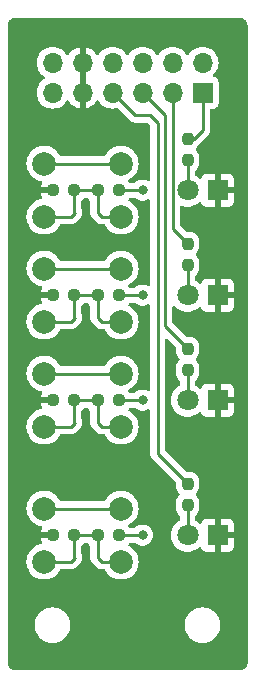
<source format=gbl>
G04 #@! TF.GenerationSoftware,KiCad,Pcbnew,7.0.11-7.0.11~ubuntu20.04.1*
G04 #@! TF.CreationDate,2024-08-22T00:47:31+02:00*
G04 #@! TF.ProjectId,kicad-pmod-semaphore,6b696361-642d-4706-9d6f-642d73656d61,1.0*
G04 #@! TF.SameCoordinates,Original*
G04 #@! TF.FileFunction,Copper,L2,Bot*
G04 #@! TF.FilePolarity,Positive*
%FSLAX46Y46*%
G04 Gerber Fmt 4.6, Leading zero omitted, Abs format (unit mm)*
G04 Created by KiCad (PCBNEW 7.0.11-7.0.11~ubuntu20.04.1) date 2024-08-22 00:47:31*
%MOMM*%
%LPD*%
G01*
G04 APERTURE LIST*
G04 Aperture macros list*
%AMRoundRect*
0 Rectangle with rounded corners*
0 $1 Rounding radius*
0 $2 $3 $4 $5 $6 $7 $8 $9 X,Y pos of 4 corners*
0 Add a 4 corners polygon primitive as box body*
4,1,4,$2,$3,$4,$5,$6,$7,$8,$9,$2,$3,0*
0 Add four circle primitives for the rounded corners*
1,1,$1+$1,$2,$3*
1,1,$1+$1,$4,$5*
1,1,$1+$1,$6,$7*
1,1,$1+$1,$8,$9*
0 Add four rect primitives between the rounded corners*
20,1,$1+$1,$2,$3,$4,$5,0*
20,1,$1+$1,$4,$5,$6,$7,0*
20,1,$1+$1,$6,$7,$8,$9,0*
20,1,$1+$1,$8,$9,$2,$3,0*%
G04 Aperture macros list end*
G04 #@! TA.AperFunction,ComponentPad*
%ADD10C,2.000000*%
G04 #@! TD*
G04 #@! TA.AperFunction,SMDPad,CuDef*
%ADD11RoundRect,0.237500X-0.237500X0.250000X-0.237500X-0.250000X0.237500X-0.250000X0.237500X0.250000X0*%
G04 #@! TD*
G04 #@! TA.AperFunction,SMDPad,CuDef*
%ADD12RoundRect,0.237500X0.250000X0.237500X-0.250000X0.237500X-0.250000X-0.237500X0.250000X-0.237500X0*%
G04 #@! TD*
G04 #@! TA.AperFunction,ComponentPad*
%ADD13R,1.700000X1.700000*%
G04 #@! TD*
G04 #@! TA.AperFunction,ComponentPad*
%ADD14O,1.700000X1.700000*%
G04 #@! TD*
G04 #@! TA.AperFunction,ComponentPad*
%ADD15R,1.800000X1.800000*%
G04 #@! TD*
G04 #@! TA.AperFunction,ComponentPad*
%ADD16C,1.800000*%
G04 #@! TD*
G04 #@! TA.AperFunction,ViaPad*
%ADD17C,0.800000*%
G04 #@! TD*
G04 #@! TA.AperFunction,Conductor*
%ADD18C,0.250000*%
G04 #@! TD*
G04 APERTURE END LIST*
D10*
X120090000Y-86015000D03*
X113590000Y-86015000D03*
X120090000Y-90515000D03*
X113590000Y-90515000D03*
X120090000Y-74585000D03*
X113590000Y-74585000D03*
X120090000Y-79085000D03*
X113590000Y-79085000D03*
X120090000Y-65695000D03*
X113590000Y-65695000D03*
X120090000Y-70195000D03*
X113590000Y-70195000D03*
X120090000Y-56805000D03*
X113590000Y-56805000D03*
X120090000Y-61305000D03*
X113590000Y-61305000D03*
D11*
X125730000Y-83900000D03*
X125730000Y-85725000D03*
X125730000Y-72470000D03*
X125730000Y-74295000D03*
X125730000Y-63580000D03*
X125730000Y-65405000D03*
X125730000Y-54690000D03*
X125730000Y-56515000D03*
D12*
X116125000Y-88265000D03*
X114300000Y-88265000D03*
X116125000Y-76835000D03*
X114300000Y-76835000D03*
X116125000Y-67945000D03*
X114300000Y-67945000D03*
X116125000Y-59055000D03*
X114300000Y-59055000D03*
X119935000Y-88265000D03*
X118110000Y-88265000D03*
X119935000Y-76835000D03*
X118110000Y-76835000D03*
X119935000Y-67945000D03*
X118110000Y-67945000D03*
X119935000Y-59055000D03*
X118110000Y-59055000D03*
D13*
X127000000Y-50800000D03*
D14*
X127000000Y-48260000D03*
X124460000Y-50800000D03*
X124460000Y-48260000D03*
X121920000Y-50800000D03*
X121920000Y-48260000D03*
X119380000Y-50800000D03*
X119380000Y-48260000D03*
X116840000Y-50800000D03*
X116840000Y-48260000D03*
X114300000Y-50800000D03*
X114300000Y-48260000D03*
D15*
X128270000Y-88265000D03*
D16*
X125730000Y-88265000D03*
D15*
X128270000Y-76835000D03*
D16*
X125730000Y-76835000D03*
D15*
X128270000Y-67945000D03*
D16*
X125730000Y-67945000D03*
X125730000Y-59055000D03*
D15*
X128270000Y-59055000D03*
D17*
X121920000Y-88265000D03*
X121920000Y-76835000D03*
X121920000Y-67945000D03*
X121920000Y-59055000D03*
D18*
X119935000Y-88265000D02*
X121920000Y-88265000D01*
X119935000Y-76835000D02*
X121920000Y-76835000D01*
X119935000Y-67945000D02*
X121920000Y-67945000D01*
X119935000Y-59055000D02*
X121285000Y-59055000D01*
X121285000Y-59055000D02*
X121920000Y-59055000D01*
X113590000Y-86015000D02*
X120090000Y-86015000D01*
X113590000Y-74585000D02*
X120090000Y-74585000D01*
X113590000Y-65695000D02*
X120090000Y-65695000D01*
X113590000Y-56805000D02*
X120090000Y-56805000D01*
X125730000Y-83900000D02*
X123190000Y-81360000D01*
X123190000Y-81360000D02*
X123190000Y-53340000D01*
X123190000Y-53340000D02*
X122555000Y-52705000D01*
X122555000Y-52705000D02*
X121285000Y-52705000D01*
X121285000Y-52705000D02*
X119380000Y-50800000D01*
X125730000Y-72470000D02*
X123825000Y-70565000D01*
X123825000Y-70565000D02*
X123825000Y-52705000D01*
X123825000Y-52705000D02*
X121920000Y-50800000D01*
X125730000Y-63580000D02*
X124460000Y-62310000D01*
X124460000Y-62310000D02*
X124460000Y-50800000D01*
X126285000Y-54690000D02*
X127000000Y-53975000D01*
X125730000Y-54690000D02*
X126285000Y-54690000D01*
X127000000Y-53975000D02*
X127000000Y-50800000D01*
X116125000Y-60880000D02*
X116205000Y-60960000D01*
X116125000Y-59055000D02*
X116125000Y-60880000D01*
X116205000Y-60960000D02*
X115860000Y-61305000D01*
X115860000Y-61305000D02*
X113590000Y-61305000D01*
X116125000Y-67945000D02*
X118110000Y-67945000D01*
X116125000Y-69770000D02*
X116205000Y-69850000D01*
X116125000Y-67945000D02*
X116125000Y-69770000D01*
X115860000Y-70195000D02*
X113590000Y-70195000D01*
X116205000Y-69850000D02*
X115860000Y-70195000D01*
X118110000Y-67945000D02*
X118110000Y-69850000D01*
X118110000Y-69850000D02*
X118455000Y-70195000D01*
X118455000Y-70195000D02*
X120090000Y-70195000D01*
X118110000Y-76835000D02*
X116125000Y-76835000D01*
X118110000Y-88265000D02*
X116125000Y-88265000D01*
X118110000Y-88265000D02*
X118110000Y-90170000D01*
X118110000Y-90170000D02*
X118455000Y-90515000D01*
X118455000Y-90515000D02*
X120090000Y-90515000D01*
X116125000Y-90090000D02*
X116205000Y-90170000D01*
X116205000Y-90170000D02*
X115860000Y-90515000D01*
X115860000Y-90515000D02*
X113590000Y-90515000D01*
X116125000Y-88265000D02*
X116125000Y-90090000D01*
X118110000Y-76835000D02*
X118110000Y-78740000D01*
X118110000Y-78740000D02*
X118455000Y-79085000D01*
X118455000Y-79085000D02*
X120090000Y-79085000D01*
X116125000Y-78660000D02*
X116205000Y-78740000D01*
X116125000Y-76835000D02*
X116125000Y-78660000D01*
X116205000Y-78740000D02*
X115860000Y-79085000D01*
X115860000Y-79085000D02*
X113590000Y-79085000D01*
X116125000Y-59055000D02*
X118110000Y-59055000D01*
X118455000Y-61305000D02*
X118110000Y-60960000D01*
X118110000Y-60960000D02*
X118110000Y-59055000D01*
X120090000Y-61305000D02*
X118455000Y-61305000D01*
X125730000Y-85725000D02*
X125730000Y-88265000D01*
X125730000Y-74295000D02*
X125730000Y-76835000D01*
X125730000Y-65405000D02*
X125730000Y-67945000D01*
X125730000Y-59055000D02*
X125730000Y-56515000D01*
G04 #@! TA.AperFunction,Conductor*
G36*
X117090000Y-50364498D02*
G01*
X116982315Y-50315320D01*
X116875763Y-50300000D01*
X116804237Y-50300000D01*
X116697685Y-50315320D01*
X116590000Y-50364498D01*
X116590000Y-48695501D01*
X116697685Y-48744680D01*
X116804237Y-48760000D01*
X116875763Y-48760000D01*
X116982315Y-48744680D01*
X117090000Y-48695501D01*
X117090000Y-50364498D01*
G37*
G04 #@! TD.AperFunction*
G04 #@! TA.AperFunction,Conductor*
G36*
X130181912Y-44451278D02*
G01*
X130200299Y-44453350D01*
X130202404Y-44453607D01*
X130313499Y-44468233D01*
X130338249Y-44474126D01*
X130380803Y-44489017D01*
X130387255Y-44491480D01*
X130460533Y-44521833D01*
X130479028Y-44531387D01*
X130521975Y-44558372D01*
X130531481Y-44564985D01*
X130590274Y-44610098D01*
X130602469Y-44620793D01*
X130639205Y-44657529D01*
X130649900Y-44669724D01*
X130695013Y-44728517D01*
X130701630Y-44738029D01*
X130728607Y-44780962D01*
X130738172Y-44799478D01*
X130768510Y-44872722D01*
X130770990Y-44879219D01*
X130785869Y-44921740D01*
X130791767Y-44946510D01*
X130806381Y-45057517D01*
X130806661Y-45059801D01*
X130808720Y-45078085D01*
X130809500Y-45091959D01*
X130809500Y-99053039D01*
X130808721Y-99066915D01*
X130807239Y-99080065D01*
X130806662Y-99085186D01*
X130806381Y-99087481D01*
X130791767Y-99198488D01*
X130785869Y-99223258D01*
X130770990Y-99265779D01*
X130768510Y-99272276D01*
X130738172Y-99345520D01*
X130728604Y-99364042D01*
X130701630Y-99406969D01*
X130695013Y-99416481D01*
X130649900Y-99475274D01*
X130639205Y-99487469D01*
X130602469Y-99524205D01*
X130590274Y-99534900D01*
X130531481Y-99580013D01*
X130521969Y-99586630D01*
X130479042Y-99613604D01*
X130460520Y-99623172D01*
X130387276Y-99653510D01*
X130380779Y-99655990D01*
X130338258Y-99670869D01*
X130313488Y-99676767D01*
X130202481Y-99691381D01*
X130200187Y-99691662D01*
X130197503Y-99691964D01*
X130181914Y-99693720D01*
X130168040Y-99694500D01*
X111131960Y-99694500D01*
X111118083Y-99693720D01*
X111103203Y-99692044D01*
X111099813Y-99691662D01*
X111097517Y-99691381D01*
X110986510Y-99676767D01*
X110961740Y-99670869D01*
X110919219Y-99655990D01*
X110912722Y-99653510D01*
X110862748Y-99632810D01*
X110839475Y-99623170D01*
X110820962Y-99613607D01*
X110778029Y-99586630D01*
X110768517Y-99580013D01*
X110709724Y-99534900D01*
X110697529Y-99524205D01*
X110660793Y-99487469D01*
X110650098Y-99475274D01*
X110604985Y-99416481D01*
X110598368Y-99406969D01*
X110571387Y-99364028D01*
X110561833Y-99345533D01*
X110531480Y-99272255D01*
X110529017Y-99265803D01*
X110514126Y-99223249D01*
X110508233Y-99198499D01*
X110493607Y-99087404D01*
X110493350Y-99085299D01*
X110491278Y-99066912D01*
X110490500Y-99053037D01*
X110490500Y-96009334D01*
X112799500Y-96009334D01*
X112840429Y-96254616D01*
X112921169Y-96489802D01*
X112921172Y-96489811D01*
X113039524Y-96708506D01*
X113039526Y-96708509D01*
X113192262Y-96904744D01*
X113351744Y-97051557D01*
X113375217Y-97073166D01*
X113583393Y-97209173D01*
X113811118Y-97309063D01*
X114052175Y-97370107D01*
X114052179Y-97370108D01*
X114052181Y-97370108D01*
X114052186Y-97370109D01*
X114205589Y-97382819D01*
X114237933Y-97385500D01*
X114237937Y-97385500D01*
X114362063Y-97385500D01*
X114362067Y-97385500D01*
X114424677Y-97380311D01*
X114547813Y-97370109D01*
X114547816Y-97370108D01*
X114547821Y-97370108D01*
X114788881Y-97309063D01*
X115016607Y-97209173D01*
X115224785Y-97073164D01*
X115407738Y-96904744D01*
X115560474Y-96708509D01*
X115678828Y-96489810D01*
X115759571Y-96254614D01*
X115800500Y-96009335D01*
X115800500Y-96009334D01*
X125499500Y-96009334D01*
X125540429Y-96254616D01*
X125621169Y-96489802D01*
X125621172Y-96489811D01*
X125739524Y-96708506D01*
X125739526Y-96708509D01*
X125892262Y-96904744D01*
X126051744Y-97051557D01*
X126075217Y-97073166D01*
X126283393Y-97209173D01*
X126511118Y-97309063D01*
X126752175Y-97370107D01*
X126752179Y-97370108D01*
X126752181Y-97370108D01*
X126752186Y-97370109D01*
X126905589Y-97382819D01*
X126937933Y-97385500D01*
X126937937Y-97385500D01*
X127062063Y-97385500D01*
X127062067Y-97385500D01*
X127124677Y-97380311D01*
X127247813Y-97370109D01*
X127247816Y-97370108D01*
X127247821Y-97370108D01*
X127488881Y-97309063D01*
X127716607Y-97209173D01*
X127924785Y-97073164D01*
X128107738Y-96904744D01*
X128260474Y-96708509D01*
X128378828Y-96489810D01*
X128459571Y-96254614D01*
X128500500Y-96009335D01*
X128500500Y-95760665D01*
X128459571Y-95515386D01*
X128378828Y-95280190D01*
X128260474Y-95061491D01*
X128107738Y-94865256D01*
X127924785Y-94696836D01*
X127924782Y-94696833D01*
X127716606Y-94560826D01*
X127488881Y-94460936D01*
X127247824Y-94399892D01*
X127247813Y-94399890D01*
X127062077Y-94384500D01*
X127062067Y-94384500D01*
X126937933Y-94384500D01*
X126937922Y-94384500D01*
X126752186Y-94399890D01*
X126752175Y-94399892D01*
X126511118Y-94460936D01*
X126283393Y-94560826D01*
X126075217Y-94696833D01*
X125892261Y-94865257D01*
X125739524Y-95061493D01*
X125621172Y-95280188D01*
X125621169Y-95280197D01*
X125540429Y-95515383D01*
X125499500Y-95760665D01*
X125499500Y-96009334D01*
X115800500Y-96009334D01*
X115800500Y-95760665D01*
X115759571Y-95515386D01*
X115678828Y-95280190D01*
X115560474Y-95061491D01*
X115407738Y-94865256D01*
X115224785Y-94696836D01*
X115224782Y-94696833D01*
X115016606Y-94560826D01*
X114788881Y-94460936D01*
X114547824Y-94399892D01*
X114547813Y-94399890D01*
X114362077Y-94384500D01*
X114362067Y-94384500D01*
X114237933Y-94384500D01*
X114237922Y-94384500D01*
X114052186Y-94399890D01*
X114052175Y-94399892D01*
X113811118Y-94460936D01*
X113583393Y-94560826D01*
X113375217Y-94696833D01*
X113192261Y-94865257D01*
X113039524Y-95061493D01*
X112921172Y-95280188D01*
X112921169Y-95280197D01*
X112840429Y-95515383D01*
X112799500Y-95760665D01*
X112799500Y-96009334D01*
X110490500Y-96009334D01*
X110490500Y-90515005D01*
X112084357Y-90515005D01*
X112104890Y-90762812D01*
X112104892Y-90762824D01*
X112165936Y-91003881D01*
X112265826Y-91231606D01*
X112401833Y-91439782D01*
X112401836Y-91439785D01*
X112570256Y-91622738D01*
X112766491Y-91775474D01*
X112985190Y-91893828D01*
X113220386Y-91974571D01*
X113465665Y-92015500D01*
X113714335Y-92015500D01*
X113959614Y-91974571D01*
X114194810Y-91893828D01*
X114413509Y-91775474D01*
X114609744Y-91622738D01*
X114778164Y-91439785D01*
X114914173Y-91231607D01*
X114914175Y-91231603D01*
X114921595Y-91214689D01*
X114966551Y-91161203D01*
X115033287Y-91140514D01*
X115035150Y-91140500D01*
X115777257Y-91140500D01*
X115792877Y-91142224D01*
X115792904Y-91141939D01*
X115800660Y-91142671D01*
X115800667Y-91142673D01*
X115867873Y-91140561D01*
X115871768Y-91140500D01*
X115899346Y-91140500D01*
X115899350Y-91140500D01*
X115903324Y-91139997D01*
X115914963Y-91139080D01*
X115958627Y-91137709D01*
X115977869Y-91132117D01*
X115996912Y-91128174D01*
X116016792Y-91125664D01*
X116057401Y-91109585D01*
X116068444Y-91105803D01*
X116110390Y-91093618D01*
X116127629Y-91083422D01*
X116145103Y-91074862D01*
X116163727Y-91067488D01*
X116163727Y-91067487D01*
X116163732Y-91067486D01*
X116199083Y-91041800D01*
X116208814Y-91035408D01*
X116246420Y-91013170D01*
X116260589Y-90998999D01*
X116275379Y-90986368D01*
X116291587Y-90974594D01*
X116319438Y-90940926D01*
X116327279Y-90932309D01*
X116597196Y-90662392D01*
X116615179Y-90647516D01*
X116621938Y-90642924D01*
X116658639Y-90601292D01*
X116663928Y-90595661D01*
X116675120Y-90584470D01*
X116684811Y-90571975D01*
X116689749Y-90566005D01*
X116726450Y-90524378D01*
X116730157Y-90517101D01*
X116742665Y-90497393D01*
X116747674Y-90490936D01*
X116769724Y-90439979D01*
X116773009Y-90432996D01*
X116798197Y-90383565D01*
X116799976Y-90375602D01*
X116807189Y-90353401D01*
X116810438Y-90345895D01*
X116819120Y-90291071D01*
X116820575Y-90283453D01*
X116832671Y-90229337D01*
X116832672Y-90229333D01*
X116832415Y-90221170D01*
X116833882Y-90197871D01*
X116835160Y-90189804D01*
X116829938Y-90134562D01*
X116829450Y-90126801D01*
X116828943Y-90110667D01*
X116827709Y-90071373D01*
X116825428Y-90063523D01*
X116821055Y-90040601D01*
X116820287Y-90032467D01*
X116801501Y-89980286D01*
X116799093Y-89972877D01*
X116783618Y-89919611D01*
X116783618Y-89919610D01*
X116779460Y-89912580D01*
X116769523Y-89891464D01*
X116766754Y-89883771D01*
X116766750Y-89883765D01*
X116766749Y-89883762D01*
X116764012Y-89878388D01*
X116750500Y-89822100D01*
X116750500Y-89207191D01*
X116770185Y-89140152D01*
X116809404Y-89101652D01*
X116812099Y-89099989D01*
X116835850Y-89085340D01*
X116957840Y-88963350D01*
X116966442Y-88949404D01*
X117018390Y-88902679D01*
X117071981Y-88890500D01*
X117163019Y-88890500D01*
X117230058Y-88910185D01*
X117268558Y-88949404D01*
X117277159Y-88963348D01*
X117277160Y-88963350D01*
X117399150Y-89085340D01*
X117425596Y-89101652D01*
X117472321Y-89153600D01*
X117484500Y-89207191D01*
X117484500Y-90087255D01*
X117482775Y-90102872D01*
X117483061Y-90102899D01*
X117482326Y-90110665D01*
X117484439Y-90177872D01*
X117484500Y-90181767D01*
X117484500Y-90209357D01*
X117485003Y-90213335D01*
X117485918Y-90224967D01*
X117487290Y-90268624D01*
X117487291Y-90268627D01*
X117492880Y-90287867D01*
X117496824Y-90306911D01*
X117499336Y-90326792D01*
X117515414Y-90367403D01*
X117519197Y-90378452D01*
X117531381Y-90420388D01*
X117541580Y-90437634D01*
X117550138Y-90455103D01*
X117557514Y-90473732D01*
X117583181Y-90509060D01*
X117589593Y-90518821D01*
X117611828Y-90556417D01*
X117611833Y-90556424D01*
X117625990Y-90570580D01*
X117638628Y-90585376D01*
X117650405Y-90601586D01*
X117650406Y-90601587D01*
X117684057Y-90629425D01*
X117692698Y-90637288D01*
X117954194Y-90898784D01*
X117964019Y-90911048D01*
X117964240Y-90910866D01*
X117969210Y-90916874D01*
X118018239Y-90962915D01*
X118021036Y-90965626D01*
X118040530Y-90985120D01*
X118043695Y-90987575D01*
X118052571Y-90995156D01*
X118084418Y-91025062D01*
X118084422Y-91025064D01*
X118101973Y-91034713D01*
X118118231Y-91045392D01*
X118134064Y-91057674D01*
X118169410Y-91072968D01*
X118174155Y-91075022D01*
X118184635Y-91080155D01*
X118222908Y-91101197D01*
X118242312Y-91106179D01*
X118260710Y-91112478D01*
X118279105Y-91120438D01*
X118322254Y-91127271D01*
X118333680Y-91129638D01*
X118375981Y-91140500D01*
X118396016Y-91140500D01*
X118415413Y-91142026D01*
X118435196Y-91145160D01*
X118478675Y-91141050D01*
X118490344Y-91140500D01*
X118644850Y-91140500D01*
X118711889Y-91160185D01*
X118757644Y-91212989D01*
X118758405Y-91214689D01*
X118765824Y-91231603D01*
X118901833Y-91439782D01*
X118901836Y-91439785D01*
X119070256Y-91622738D01*
X119266491Y-91775474D01*
X119485190Y-91893828D01*
X119720386Y-91974571D01*
X119965665Y-92015500D01*
X120214335Y-92015500D01*
X120459614Y-91974571D01*
X120694810Y-91893828D01*
X120913509Y-91775474D01*
X121109744Y-91622738D01*
X121278164Y-91439785D01*
X121414173Y-91231607D01*
X121514063Y-91003881D01*
X121575108Y-90762821D01*
X121575109Y-90762812D01*
X121595643Y-90515005D01*
X121595643Y-90514994D01*
X121575109Y-90267187D01*
X121575107Y-90267175D01*
X121514063Y-90026118D01*
X121414173Y-89798393D01*
X121278166Y-89590217D01*
X121256557Y-89566744D01*
X121109744Y-89407262D01*
X120913509Y-89254526D01*
X120913508Y-89254525D01*
X120913505Y-89254523D01*
X120913503Y-89254522D01*
X120776311Y-89180278D01*
X120726720Y-89131058D01*
X120711612Y-89062842D01*
X120735782Y-88997286D01*
X120747635Y-88983554D01*
X120767840Y-88963350D01*
X120776442Y-88949404D01*
X120828390Y-88902679D01*
X120881981Y-88890500D01*
X121216252Y-88890500D01*
X121283291Y-88910185D01*
X121308400Y-88931526D01*
X121314126Y-88937885D01*
X121314130Y-88937889D01*
X121467265Y-89049148D01*
X121467270Y-89049151D01*
X121640192Y-89126142D01*
X121640197Y-89126144D01*
X121825354Y-89165500D01*
X121825355Y-89165500D01*
X122014644Y-89165500D01*
X122014646Y-89165500D01*
X122199803Y-89126144D01*
X122372730Y-89049151D01*
X122525871Y-88937888D01*
X122652533Y-88797216D01*
X122747179Y-88633284D01*
X122805674Y-88453256D01*
X122825460Y-88265000D01*
X122805674Y-88076744D01*
X122747179Y-87896716D01*
X122652533Y-87732784D01*
X122525871Y-87592112D01*
X122525870Y-87592111D01*
X122372734Y-87480851D01*
X122372729Y-87480848D01*
X122199807Y-87403857D01*
X122199802Y-87403855D01*
X122050830Y-87372191D01*
X122014646Y-87364500D01*
X121825354Y-87364500D01*
X121792897Y-87371398D01*
X121640197Y-87403855D01*
X121640192Y-87403857D01*
X121467270Y-87480848D01*
X121467265Y-87480851D01*
X121314130Y-87592110D01*
X121314126Y-87592114D01*
X121308400Y-87598474D01*
X121248913Y-87635121D01*
X121216252Y-87639500D01*
X120881981Y-87639500D01*
X120814942Y-87619815D01*
X120776442Y-87580596D01*
X120775408Y-87578920D01*
X120767840Y-87566650D01*
X120747647Y-87546457D01*
X120714162Y-87485134D01*
X120719146Y-87415442D01*
X120761018Y-87359509D01*
X120776302Y-87349726D01*
X120913509Y-87275474D01*
X121109744Y-87122738D01*
X121278164Y-86939785D01*
X121414173Y-86731607D01*
X121514063Y-86503881D01*
X121575108Y-86262821D01*
X121575109Y-86262812D01*
X121595643Y-86015005D01*
X121595643Y-86014994D01*
X121575109Y-85767187D01*
X121575107Y-85767175D01*
X121514063Y-85526118D01*
X121414173Y-85298393D01*
X121278166Y-85090217D01*
X121208139Y-85014148D01*
X121109744Y-84907262D01*
X120913509Y-84754526D01*
X120913507Y-84754525D01*
X120913506Y-84754524D01*
X120694811Y-84636172D01*
X120694802Y-84636169D01*
X120459616Y-84555429D01*
X120214335Y-84514500D01*
X119965665Y-84514500D01*
X119720383Y-84555429D01*
X119485197Y-84636169D01*
X119485188Y-84636172D01*
X119266493Y-84754524D01*
X119070257Y-84907261D01*
X118901833Y-85090217D01*
X118765824Y-85298396D01*
X118758405Y-85315311D01*
X118713449Y-85368797D01*
X118646713Y-85389486D01*
X118644850Y-85389500D01*
X115035150Y-85389500D01*
X114968111Y-85369815D01*
X114922356Y-85317011D01*
X114921595Y-85315311D01*
X114914175Y-85298396D01*
X114778166Y-85090217D01*
X114708139Y-85014148D01*
X114609744Y-84907262D01*
X114413509Y-84754526D01*
X114413507Y-84754525D01*
X114413506Y-84754524D01*
X114194811Y-84636172D01*
X114194802Y-84636169D01*
X113959616Y-84555429D01*
X113714335Y-84514500D01*
X113465665Y-84514500D01*
X113220383Y-84555429D01*
X112985197Y-84636169D01*
X112985188Y-84636172D01*
X112766493Y-84754524D01*
X112570257Y-84907261D01*
X112401833Y-85090217D01*
X112265826Y-85298393D01*
X112165936Y-85526118D01*
X112104892Y-85767175D01*
X112104890Y-85767187D01*
X112084357Y-86014994D01*
X112084357Y-86015005D01*
X112104890Y-86262812D01*
X112104892Y-86262824D01*
X112165936Y-86503881D01*
X112265826Y-86731606D01*
X112401833Y-86939782D01*
X112401836Y-86939785D01*
X112570256Y-87122738D01*
X112766491Y-87275474D01*
X112985190Y-87393828D01*
X113220386Y-87474571D01*
X113314166Y-87490219D01*
X113377051Y-87520669D01*
X113413491Y-87580283D01*
X113411917Y-87650135D01*
X113399297Y-87677623D01*
X113377049Y-87713692D01*
X113377046Y-87713699D01*
X113322819Y-87877347D01*
X113312500Y-87978345D01*
X113312500Y-88015000D01*
X114426000Y-88015000D01*
X114493039Y-88034685D01*
X114538794Y-88087489D01*
X114550000Y-88139000D01*
X114550000Y-88391000D01*
X114530315Y-88458039D01*
X114477511Y-88503794D01*
X114426000Y-88515000D01*
X113312501Y-88515000D01*
X113312501Y-88551654D01*
X113322819Y-88652652D01*
X113377046Y-88816300D01*
X113377050Y-88816309D01*
X113399296Y-88852375D01*
X113417736Y-88919767D01*
X113396813Y-88986431D01*
X113343171Y-89031200D01*
X113314166Y-89039780D01*
X113220383Y-89055429D01*
X112985197Y-89136169D01*
X112985188Y-89136172D01*
X112766493Y-89254524D01*
X112570257Y-89407261D01*
X112401833Y-89590217D01*
X112265826Y-89798393D01*
X112165936Y-90026118D01*
X112104892Y-90267175D01*
X112104890Y-90267187D01*
X112084357Y-90514994D01*
X112084357Y-90515005D01*
X110490500Y-90515005D01*
X110490500Y-79085005D01*
X112084357Y-79085005D01*
X112104890Y-79332812D01*
X112104892Y-79332824D01*
X112165936Y-79573881D01*
X112265826Y-79801606D01*
X112401833Y-80009782D01*
X112401836Y-80009785D01*
X112570256Y-80192738D01*
X112766491Y-80345474D01*
X112985190Y-80463828D01*
X113220386Y-80544571D01*
X113465665Y-80585500D01*
X113714335Y-80585500D01*
X113959614Y-80544571D01*
X114194810Y-80463828D01*
X114413509Y-80345474D01*
X114609744Y-80192738D01*
X114778164Y-80009785D01*
X114914173Y-79801607D01*
X114914175Y-79801603D01*
X114921595Y-79784689D01*
X114966551Y-79731203D01*
X115033287Y-79710514D01*
X115035150Y-79710500D01*
X115777257Y-79710500D01*
X115792877Y-79712224D01*
X115792904Y-79711939D01*
X115800660Y-79712671D01*
X115800667Y-79712673D01*
X115867873Y-79710561D01*
X115871768Y-79710500D01*
X115899346Y-79710500D01*
X115899350Y-79710500D01*
X115903324Y-79709997D01*
X115914963Y-79709080D01*
X115958627Y-79707709D01*
X115977869Y-79702117D01*
X115996912Y-79698174D01*
X116016792Y-79695664D01*
X116057401Y-79679585D01*
X116068444Y-79675803D01*
X116110390Y-79663618D01*
X116127629Y-79653422D01*
X116145103Y-79644862D01*
X116163727Y-79637488D01*
X116163727Y-79637487D01*
X116163732Y-79637486D01*
X116199083Y-79611800D01*
X116208814Y-79605408D01*
X116246420Y-79583170D01*
X116260589Y-79568999D01*
X116275379Y-79556368D01*
X116291587Y-79544594D01*
X116319438Y-79510926D01*
X116327279Y-79502309D01*
X116597196Y-79232392D01*
X116615179Y-79217516D01*
X116621938Y-79212924D01*
X116658639Y-79171292D01*
X116663928Y-79165661D01*
X116675120Y-79154470D01*
X116684811Y-79141975D01*
X116689749Y-79136005D01*
X116726450Y-79094378D01*
X116730157Y-79087101D01*
X116742665Y-79067393D01*
X116747674Y-79060936D01*
X116769724Y-79009979D01*
X116773009Y-79002996D01*
X116798197Y-78953565D01*
X116799976Y-78945602D01*
X116807189Y-78923401D01*
X116810438Y-78915895D01*
X116819120Y-78861071D01*
X116820575Y-78853453D01*
X116832671Y-78799337D01*
X116832672Y-78799333D01*
X116832415Y-78791170D01*
X116833882Y-78767871D01*
X116835160Y-78759804D01*
X116829938Y-78704562D01*
X116829450Y-78696801D01*
X116828943Y-78680667D01*
X116827709Y-78641373D01*
X116825428Y-78633523D01*
X116821055Y-78610601D01*
X116820287Y-78602467D01*
X116801501Y-78550286D01*
X116799093Y-78542877D01*
X116783618Y-78489611D01*
X116783618Y-78489610D01*
X116779460Y-78482580D01*
X116769523Y-78461464D01*
X116766754Y-78453771D01*
X116766750Y-78453765D01*
X116766749Y-78453762D01*
X116764012Y-78448388D01*
X116750500Y-78392100D01*
X116750500Y-77777191D01*
X116770185Y-77710152D01*
X116809404Y-77671652D01*
X116812099Y-77669989D01*
X116835850Y-77655340D01*
X116957840Y-77533350D01*
X116966442Y-77519404D01*
X117018390Y-77472679D01*
X117071981Y-77460500D01*
X117163019Y-77460500D01*
X117230058Y-77480185D01*
X117268558Y-77519404D01*
X117277159Y-77533348D01*
X117277160Y-77533350D01*
X117399150Y-77655340D01*
X117425596Y-77671652D01*
X117472321Y-77723600D01*
X117484500Y-77777191D01*
X117484500Y-78657255D01*
X117482775Y-78672872D01*
X117483061Y-78672899D01*
X117482326Y-78680665D01*
X117484439Y-78747872D01*
X117484500Y-78751767D01*
X117484500Y-78779357D01*
X117485003Y-78783335D01*
X117485918Y-78794967D01*
X117487290Y-78838624D01*
X117487291Y-78838627D01*
X117492880Y-78857867D01*
X117496824Y-78876911D01*
X117499336Y-78896792D01*
X117515414Y-78937403D01*
X117519197Y-78948452D01*
X117531381Y-78990388D01*
X117541580Y-79007634D01*
X117550138Y-79025103D01*
X117557514Y-79043732D01*
X117583181Y-79079060D01*
X117589593Y-79088821D01*
X117611828Y-79126417D01*
X117611833Y-79126424D01*
X117625990Y-79140580D01*
X117638628Y-79155376D01*
X117650405Y-79171586D01*
X117650406Y-79171587D01*
X117684057Y-79199425D01*
X117692698Y-79207288D01*
X117954194Y-79468784D01*
X117964019Y-79481048D01*
X117964240Y-79480866D01*
X117969210Y-79486874D01*
X118018239Y-79532915D01*
X118021036Y-79535626D01*
X118040530Y-79555120D01*
X118043695Y-79557575D01*
X118052571Y-79565156D01*
X118084418Y-79595062D01*
X118084422Y-79595064D01*
X118101973Y-79604713D01*
X118118231Y-79615392D01*
X118134064Y-79627674D01*
X118169410Y-79642968D01*
X118174155Y-79645022D01*
X118184635Y-79650155D01*
X118222908Y-79671197D01*
X118242312Y-79676179D01*
X118260710Y-79682478D01*
X118279105Y-79690438D01*
X118322254Y-79697271D01*
X118333680Y-79699638D01*
X118375981Y-79710500D01*
X118396016Y-79710500D01*
X118415413Y-79712026D01*
X118435196Y-79715160D01*
X118478675Y-79711050D01*
X118490344Y-79710500D01*
X118644850Y-79710500D01*
X118711889Y-79730185D01*
X118757644Y-79782989D01*
X118758405Y-79784689D01*
X118765824Y-79801603D01*
X118901833Y-80009782D01*
X118901836Y-80009785D01*
X119070256Y-80192738D01*
X119266491Y-80345474D01*
X119485190Y-80463828D01*
X119720386Y-80544571D01*
X119965665Y-80585500D01*
X120214335Y-80585500D01*
X120459614Y-80544571D01*
X120694810Y-80463828D01*
X120913509Y-80345474D01*
X121109744Y-80192738D01*
X121278164Y-80009785D01*
X121414173Y-79801607D01*
X121514063Y-79573881D01*
X121575108Y-79332821D01*
X121575109Y-79332812D01*
X121595643Y-79085005D01*
X121595643Y-79084994D01*
X121575109Y-78837187D01*
X121575107Y-78837175D01*
X121514063Y-78596118D01*
X121414173Y-78368393D01*
X121278166Y-78160217D01*
X121256557Y-78136744D01*
X121109744Y-77977262D01*
X120913509Y-77824526D01*
X120913508Y-77824525D01*
X120913505Y-77824523D01*
X120913503Y-77824522D01*
X120776311Y-77750278D01*
X120726720Y-77701058D01*
X120711612Y-77632842D01*
X120735782Y-77567286D01*
X120747635Y-77553554D01*
X120767840Y-77533350D01*
X120776442Y-77519404D01*
X120828390Y-77472679D01*
X120881981Y-77460500D01*
X121216252Y-77460500D01*
X121283291Y-77480185D01*
X121308400Y-77501526D01*
X121314126Y-77507885D01*
X121314130Y-77507889D01*
X121467265Y-77619148D01*
X121467270Y-77619151D01*
X121640192Y-77696142D01*
X121640197Y-77696144D01*
X121825354Y-77735500D01*
X121825355Y-77735500D01*
X122014644Y-77735500D01*
X122014646Y-77735500D01*
X122199803Y-77696144D01*
X122372730Y-77619151D01*
X122372733Y-77619148D01*
X122378363Y-77615899D01*
X122379904Y-77618569D01*
X122432948Y-77599415D01*
X122501062Y-77614980D01*
X122549948Y-77664900D01*
X122564500Y-77723185D01*
X122564500Y-81277255D01*
X122562775Y-81292872D01*
X122563061Y-81292899D01*
X122562326Y-81300665D01*
X122564439Y-81367872D01*
X122564500Y-81371767D01*
X122564500Y-81399357D01*
X122565003Y-81403335D01*
X122565918Y-81414967D01*
X122567290Y-81458624D01*
X122567291Y-81458627D01*
X122572880Y-81477867D01*
X122576824Y-81496911D01*
X122579336Y-81516792D01*
X122595414Y-81557403D01*
X122599197Y-81568452D01*
X122611381Y-81610388D01*
X122621580Y-81627634D01*
X122630138Y-81645103D01*
X122637514Y-81663732D01*
X122663181Y-81699060D01*
X122669593Y-81708821D01*
X122691828Y-81746417D01*
X122691833Y-81746424D01*
X122705990Y-81760580D01*
X122718628Y-81775376D01*
X122730405Y-81791586D01*
X122730406Y-81791587D01*
X122764057Y-81819425D01*
X122772698Y-81827288D01*
X124718181Y-83772772D01*
X124751666Y-83834095D01*
X124754500Y-83860453D01*
X124754500Y-84199168D01*
X124754501Y-84199187D01*
X124764825Y-84300252D01*
X124819092Y-84464015D01*
X124819093Y-84464018D01*
X124909661Y-84610851D01*
X125023629Y-84724819D01*
X125057114Y-84786142D01*
X125052130Y-84855834D01*
X125023629Y-84900181D01*
X124909661Y-85014148D01*
X124819093Y-85160981D01*
X124819092Y-85160984D01*
X124764826Y-85324747D01*
X124764826Y-85324748D01*
X124764825Y-85324748D01*
X124754500Y-85425815D01*
X124754500Y-86024169D01*
X124754501Y-86024187D01*
X124764825Y-86125252D01*
X124801109Y-86234749D01*
X124819092Y-86289016D01*
X124909660Y-86435850D01*
X125031650Y-86557840D01*
X125043920Y-86565408D01*
X125045596Y-86566442D01*
X125092321Y-86618390D01*
X125104500Y-86671981D01*
X125104500Y-86937185D01*
X125084815Y-87004224D01*
X125039518Y-87046239D01*
X124961380Y-87088525D01*
X124961365Y-87088535D01*
X124778222Y-87231081D01*
X124778219Y-87231084D01*
X124778216Y-87231086D01*
X124778216Y-87231087D01*
X124753791Y-87257620D01*
X124621016Y-87401852D01*
X124494075Y-87596151D01*
X124400842Y-87808699D01*
X124343866Y-88033691D01*
X124343864Y-88033702D01*
X124324700Y-88264993D01*
X124324700Y-88265006D01*
X124343864Y-88496297D01*
X124343866Y-88496308D01*
X124400842Y-88721300D01*
X124494075Y-88933848D01*
X124621016Y-89128147D01*
X124621019Y-89128151D01*
X124621021Y-89128153D01*
X124778216Y-89298913D01*
X124778219Y-89298915D01*
X124778222Y-89298918D01*
X124961365Y-89441464D01*
X124961371Y-89441468D01*
X124961374Y-89441470D01*
X125165497Y-89551936D01*
X125277000Y-89590215D01*
X125385015Y-89627297D01*
X125385017Y-89627297D01*
X125385019Y-89627298D01*
X125613951Y-89665500D01*
X125613952Y-89665500D01*
X125846048Y-89665500D01*
X125846049Y-89665500D01*
X126074981Y-89627298D01*
X126294503Y-89551936D01*
X126498626Y-89441470D01*
X126681784Y-89298913D01*
X126690511Y-89289432D01*
X126750394Y-89253441D01*
X126820232Y-89255538D01*
X126877850Y-89295060D01*
X126897924Y-89330080D01*
X126926645Y-89407086D01*
X126926649Y-89407093D01*
X127012809Y-89522187D01*
X127012812Y-89522190D01*
X127127906Y-89608350D01*
X127127913Y-89608354D01*
X127262620Y-89658596D01*
X127262627Y-89658598D01*
X127322155Y-89664999D01*
X127322172Y-89665000D01*
X128020000Y-89665000D01*
X128020000Y-88639189D01*
X128072547Y-88675016D01*
X128202173Y-88715000D01*
X128303724Y-88715000D01*
X128404138Y-88699865D01*
X128520000Y-88644068D01*
X128520000Y-89665000D01*
X129217828Y-89665000D01*
X129217844Y-89664999D01*
X129277372Y-89658598D01*
X129277379Y-89658596D01*
X129412086Y-89608354D01*
X129412093Y-89608350D01*
X129527187Y-89522190D01*
X129527190Y-89522187D01*
X129613350Y-89407093D01*
X129613354Y-89407086D01*
X129663596Y-89272379D01*
X129663598Y-89272372D01*
X129669999Y-89212844D01*
X129670000Y-89212827D01*
X129670000Y-88515000D01*
X128645278Y-88515000D01*
X128693625Y-88431260D01*
X128723810Y-88299008D01*
X128713673Y-88163735D01*
X128664113Y-88037459D01*
X128646203Y-88015000D01*
X129670000Y-88015000D01*
X129670000Y-87317172D01*
X129669999Y-87317155D01*
X129663598Y-87257627D01*
X129663596Y-87257620D01*
X129613354Y-87122913D01*
X129613350Y-87122906D01*
X129527190Y-87007812D01*
X129527187Y-87007809D01*
X129412093Y-86921649D01*
X129412086Y-86921645D01*
X129277379Y-86871403D01*
X129277372Y-86871401D01*
X129217844Y-86865000D01*
X128520000Y-86865000D01*
X128520000Y-87890810D01*
X128467453Y-87854984D01*
X128337827Y-87815000D01*
X128236276Y-87815000D01*
X128135862Y-87830135D01*
X128020000Y-87885931D01*
X128020000Y-86865000D01*
X127322155Y-86865000D01*
X127262627Y-86871401D01*
X127262620Y-86871403D01*
X127127913Y-86921645D01*
X127127906Y-86921649D01*
X127012812Y-87007809D01*
X127012809Y-87007812D01*
X126926649Y-87122906D01*
X126926646Y-87122911D01*
X126897924Y-87199920D01*
X126856052Y-87255853D01*
X126790588Y-87280270D01*
X126722315Y-87265418D01*
X126690514Y-87240571D01*
X126681784Y-87231087D01*
X126681779Y-87231083D01*
X126681777Y-87231081D01*
X126498634Y-87088535D01*
X126498619Y-87088525D01*
X126420482Y-87046239D01*
X126370891Y-86997020D01*
X126355500Y-86937185D01*
X126355500Y-86671981D01*
X126375185Y-86604942D01*
X126414404Y-86566442D01*
X126415295Y-86565892D01*
X126428350Y-86557840D01*
X126550340Y-86435850D01*
X126640908Y-86289016D01*
X126695174Y-86125253D01*
X126705500Y-86024177D01*
X126705499Y-85425824D01*
X126695174Y-85324747D01*
X126640908Y-85160984D01*
X126550340Y-85014150D01*
X126436371Y-84900181D01*
X126402886Y-84838858D01*
X126407870Y-84769166D01*
X126436371Y-84724819D01*
X126550340Y-84610850D01*
X126640908Y-84464016D01*
X126695174Y-84300253D01*
X126705500Y-84199177D01*
X126705499Y-83600824D01*
X126695174Y-83499747D01*
X126640908Y-83335984D01*
X126550340Y-83189150D01*
X126428350Y-83067160D01*
X126281516Y-82976592D01*
X126117753Y-82922326D01*
X126117751Y-82922325D01*
X126016684Y-82912000D01*
X126016677Y-82912000D01*
X125677953Y-82912000D01*
X125610914Y-82892315D01*
X125590272Y-82875681D01*
X123851819Y-81137228D01*
X123818334Y-81075905D01*
X123815500Y-81049547D01*
X123815500Y-71739452D01*
X123835185Y-71672413D01*
X123887989Y-71626658D01*
X123957147Y-71616714D01*
X124020703Y-71645739D01*
X124027181Y-71651771D01*
X124718181Y-72342772D01*
X124751666Y-72404095D01*
X124754500Y-72430453D01*
X124754500Y-72769168D01*
X124754501Y-72769187D01*
X124764825Y-72870252D01*
X124819092Y-73034015D01*
X124819093Y-73034018D01*
X124909661Y-73180851D01*
X125023629Y-73294819D01*
X125057114Y-73356142D01*
X125052130Y-73425834D01*
X125023629Y-73470181D01*
X124909661Y-73584148D01*
X124819093Y-73730981D01*
X124819092Y-73730984D01*
X124764826Y-73894747D01*
X124764826Y-73894748D01*
X124764825Y-73894748D01*
X124754500Y-73995815D01*
X124754500Y-74594169D01*
X124754501Y-74594187D01*
X124764825Y-74695252D01*
X124801109Y-74804749D01*
X124819092Y-74859016D01*
X124909660Y-75005850D01*
X125031650Y-75127840D01*
X125043920Y-75135408D01*
X125045596Y-75136442D01*
X125092321Y-75188390D01*
X125104500Y-75241981D01*
X125104500Y-75507185D01*
X125084815Y-75574224D01*
X125039518Y-75616239D01*
X124961380Y-75658525D01*
X124961365Y-75658535D01*
X124778222Y-75801081D01*
X124778219Y-75801084D01*
X124778216Y-75801086D01*
X124778216Y-75801087D01*
X124753791Y-75827620D01*
X124621016Y-75971852D01*
X124494075Y-76166151D01*
X124400842Y-76378699D01*
X124343866Y-76603691D01*
X124343864Y-76603702D01*
X124324700Y-76834993D01*
X124324700Y-76835006D01*
X124343864Y-77066297D01*
X124343866Y-77066308D01*
X124400842Y-77291300D01*
X124494075Y-77503848D01*
X124621016Y-77698147D01*
X124621019Y-77698151D01*
X124621021Y-77698153D01*
X124778216Y-77868913D01*
X124778219Y-77868915D01*
X124778222Y-77868918D01*
X124961365Y-78011464D01*
X124961371Y-78011468D01*
X124961374Y-78011470D01*
X125165497Y-78121936D01*
X125277000Y-78160215D01*
X125385015Y-78197297D01*
X125385017Y-78197297D01*
X125385019Y-78197298D01*
X125613951Y-78235500D01*
X125613952Y-78235500D01*
X125846048Y-78235500D01*
X125846049Y-78235500D01*
X126074981Y-78197298D01*
X126294503Y-78121936D01*
X126498626Y-78011470D01*
X126681784Y-77868913D01*
X126690511Y-77859432D01*
X126750394Y-77823441D01*
X126820232Y-77825538D01*
X126877850Y-77865060D01*
X126897924Y-77900080D01*
X126926645Y-77977086D01*
X126926649Y-77977093D01*
X127012809Y-78092187D01*
X127012812Y-78092190D01*
X127127906Y-78178350D01*
X127127913Y-78178354D01*
X127262620Y-78228596D01*
X127262627Y-78228598D01*
X127322155Y-78234999D01*
X127322172Y-78235000D01*
X128020000Y-78235000D01*
X128020000Y-77209189D01*
X128072547Y-77245016D01*
X128202173Y-77285000D01*
X128303724Y-77285000D01*
X128404138Y-77269865D01*
X128520000Y-77214068D01*
X128520000Y-78235000D01*
X129217828Y-78235000D01*
X129217844Y-78234999D01*
X129277372Y-78228598D01*
X129277379Y-78228596D01*
X129412086Y-78178354D01*
X129412093Y-78178350D01*
X129527187Y-78092190D01*
X129527190Y-78092187D01*
X129613350Y-77977093D01*
X129613354Y-77977086D01*
X129663596Y-77842379D01*
X129663598Y-77842372D01*
X129669999Y-77782844D01*
X129670000Y-77782827D01*
X129670000Y-77085000D01*
X128645278Y-77085000D01*
X128693625Y-77001260D01*
X128723810Y-76869008D01*
X128713673Y-76733735D01*
X128664113Y-76607459D01*
X128646203Y-76585000D01*
X129670000Y-76585000D01*
X129670000Y-75887172D01*
X129669999Y-75887155D01*
X129663598Y-75827627D01*
X129663596Y-75827620D01*
X129613354Y-75692913D01*
X129613350Y-75692906D01*
X129527190Y-75577812D01*
X129527187Y-75577809D01*
X129412093Y-75491649D01*
X129412086Y-75491645D01*
X129277379Y-75441403D01*
X129277372Y-75441401D01*
X129217844Y-75435000D01*
X128520000Y-75435000D01*
X128520000Y-76460810D01*
X128467453Y-76424984D01*
X128337827Y-76385000D01*
X128236276Y-76385000D01*
X128135862Y-76400135D01*
X128020000Y-76455931D01*
X128020000Y-75435000D01*
X127322155Y-75435000D01*
X127262627Y-75441401D01*
X127262620Y-75441403D01*
X127127913Y-75491645D01*
X127127906Y-75491649D01*
X127012812Y-75577809D01*
X127012809Y-75577812D01*
X126926649Y-75692906D01*
X126926646Y-75692911D01*
X126897924Y-75769920D01*
X126856052Y-75825853D01*
X126790588Y-75850270D01*
X126722315Y-75835418D01*
X126690514Y-75810571D01*
X126681784Y-75801087D01*
X126681779Y-75801083D01*
X126681777Y-75801081D01*
X126498634Y-75658535D01*
X126498619Y-75658525D01*
X126420482Y-75616239D01*
X126370891Y-75567020D01*
X126355500Y-75507185D01*
X126355500Y-75241981D01*
X126375185Y-75174942D01*
X126414404Y-75136442D01*
X126415295Y-75135892D01*
X126428350Y-75127840D01*
X126550340Y-75005850D01*
X126640908Y-74859016D01*
X126695174Y-74695253D01*
X126705500Y-74594177D01*
X126705499Y-73995824D01*
X126695174Y-73894747D01*
X126640908Y-73730984D01*
X126550340Y-73584150D01*
X126436371Y-73470181D01*
X126402886Y-73408858D01*
X126407870Y-73339166D01*
X126436371Y-73294819D01*
X126550340Y-73180850D01*
X126640908Y-73034016D01*
X126695174Y-72870253D01*
X126705500Y-72769177D01*
X126705499Y-72170824D01*
X126695174Y-72069747D01*
X126640908Y-71905984D01*
X126550340Y-71759150D01*
X126428350Y-71637160D01*
X126281516Y-71546592D01*
X126117753Y-71492326D01*
X126117751Y-71492325D01*
X126016684Y-71482000D01*
X126016677Y-71482000D01*
X125677952Y-71482000D01*
X125610913Y-71462315D01*
X125590271Y-71445681D01*
X124486819Y-70342228D01*
X124453334Y-70280905D01*
X124450500Y-70254547D01*
X124450500Y-68940701D01*
X124470185Y-68873662D01*
X124522989Y-68827907D01*
X124592147Y-68817963D01*
X124655703Y-68846988D01*
X124665720Y-68856709D01*
X124737353Y-68934524D01*
X124778213Y-68978910D01*
X124778222Y-68978918D01*
X124961365Y-69121464D01*
X124961371Y-69121468D01*
X124961374Y-69121470D01*
X125165497Y-69231936D01*
X125277000Y-69270215D01*
X125385015Y-69307297D01*
X125385017Y-69307297D01*
X125385019Y-69307298D01*
X125613951Y-69345500D01*
X125613952Y-69345500D01*
X125846048Y-69345500D01*
X125846049Y-69345500D01*
X126074981Y-69307298D01*
X126294503Y-69231936D01*
X126498626Y-69121470D01*
X126681784Y-68978913D01*
X126690511Y-68969432D01*
X126750394Y-68933441D01*
X126820232Y-68935538D01*
X126877850Y-68975060D01*
X126897924Y-69010080D01*
X126926645Y-69087086D01*
X126926649Y-69087093D01*
X127012809Y-69202187D01*
X127012812Y-69202190D01*
X127127906Y-69288350D01*
X127127913Y-69288354D01*
X127262620Y-69338596D01*
X127262627Y-69338598D01*
X127322155Y-69344999D01*
X127322172Y-69345000D01*
X128020000Y-69345000D01*
X128020000Y-68319189D01*
X128072547Y-68355016D01*
X128202173Y-68395000D01*
X128303724Y-68395000D01*
X128404138Y-68379865D01*
X128520000Y-68324068D01*
X128520000Y-69345000D01*
X129217828Y-69345000D01*
X129217844Y-69344999D01*
X129277372Y-69338598D01*
X129277379Y-69338596D01*
X129412086Y-69288354D01*
X129412093Y-69288350D01*
X129527187Y-69202190D01*
X129527190Y-69202187D01*
X129613350Y-69087093D01*
X129613354Y-69087086D01*
X129663596Y-68952379D01*
X129663598Y-68952372D01*
X129669999Y-68892844D01*
X129670000Y-68892827D01*
X129670000Y-68195000D01*
X128645278Y-68195000D01*
X128693625Y-68111260D01*
X128723810Y-67979008D01*
X128713673Y-67843735D01*
X128664113Y-67717459D01*
X128646203Y-67695000D01*
X129670000Y-67695000D01*
X129670000Y-66997172D01*
X129669999Y-66997155D01*
X129663598Y-66937627D01*
X129663596Y-66937620D01*
X129613354Y-66802913D01*
X129613350Y-66802906D01*
X129527190Y-66687812D01*
X129527187Y-66687809D01*
X129412093Y-66601649D01*
X129412086Y-66601645D01*
X129277379Y-66551403D01*
X129277372Y-66551401D01*
X129217844Y-66545000D01*
X128520000Y-66545000D01*
X128520000Y-67570810D01*
X128467453Y-67534984D01*
X128337827Y-67495000D01*
X128236276Y-67495000D01*
X128135862Y-67510135D01*
X128020000Y-67565931D01*
X128020000Y-66545000D01*
X127322155Y-66545000D01*
X127262627Y-66551401D01*
X127262620Y-66551403D01*
X127127913Y-66601645D01*
X127127906Y-66601649D01*
X127012812Y-66687809D01*
X127012809Y-66687812D01*
X126926649Y-66802906D01*
X126926646Y-66802911D01*
X126897924Y-66879920D01*
X126856052Y-66935853D01*
X126790588Y-66960270D01*
X126722315Y-66945418D01*
X126690514Y-66920571D01*
X126681784Y-66911087D01*
X126681779Y-66911083D01*
X126681777Y-66911081D01*
X126498634Y-66768535D01*
X126498619Y-66768525D01*
X126420482Y-66726239D01*
X126370891Y-66677020D01*
X126355500Y-66617185D01*
X126355500Y-66351981D01*
X126375185Y-66284942D01*
X126414404Y-66246442D01*
X126415295Y-66245892D01*
X126428350Y-66237840D01*
X126550340Y-66115850D01*
X126640908Y-65969016D01*
X126695174Y-65805253D01*
X126705500Y-65704177D01*
X126705499Y-65105824D01*
X126695174Y-65004747D01*
X126640908Y-64840984D01*
X126550340Y-64694150D01*
X126436371Y-64580181D01*
X126402886Y-64518858D01*
X126407870Y-64449166D01*
X126436371Y-64404819D01*
X126550340Y-64290850D01*
X126640908Y-64144016D01*
X126695174Y-63980253D01*
X126705500Y-63879177D01*
X126705499Y-63280824D01*
X126695174Y-63179747D01*
X126640908Y-63015984D01*
X126550340Y-62869150D01*
X126428350Y-62747160D01*
X126281516Y-62656592D01*
X126117753Y-62602326D01*
X126117751Y-62602325D01*
X126016684Y-62592000D01*
X126016677Y-62592000D01*
X125677953Y-62592000D01*
X125610914Y-62572315D01*
X125590272Y-62555681D01*
X125121819Y-62087228D01*
X125088334Y-62025905D01*
X125085500Y-61999547D01*
X125085500Y-60488146D01*
X125105185Y-60421107D01*
X125157989Y-60375352D01*
X125227147Y-60365408D01*
X125249763Y-60370865D01*
X125385015Y-60417297D01*
X125385017Y-60417297D01*
X125385019Y-60417298D01*
X125613951Y-60455500D01*
X125613952Y-60455500D01*
X125846048Y-60455500D01*
X125846049Y-60455500D01*
X126074981Y-60417298D01*
X126294503Y-60341936D01*
X126498626Y-60231470D01*
X126681784Y-60088913D01*
X126690511Y-60079432D01*
X126750394Y-60043441D01*
X126820232Y-60045538D01*
X126877850Y-60085060D01*
X126897924Y-60120080D01*
X126926645Y-60197086D01*
X126926649Y-60197093D01*
X127012809Y-60312187D01*
X127012812Y-60312190D01*
X127127906Y-60398350D01*
X127127913Y-60398354D01*
X127262620Y-60448596D01*
X127262627Y-60448598D01*
X127322155Y-60454999D01*
X127322172Y-60455000D01*
X128020000Y-60455000D01*
X128020000Y-59429189D01*
X128072547Y-59465016D01*
X128202173Y-59505000D01*
X128303724Y-59505000D01*
X128404138Y-59489865D01*
X128520000Y-59434068D01*
X128520000Y-60455000D01*
X129217828Y-60455000D01*
X129217844Y-60454999D01*
X129277372Y-60448598D01*
X129277379Y-60448596D01*
X129412086Y-60398354D01*
X129412093Y-60398350D01*
X129527187Y-60312190D01*
X129527190Y-60312187D01*
X129613350Y-60197093D01*
X129613354Y-60197086D01*
X129663596Y-60062379D01*
X129663598Y-60062372D01*
X129669999Y-60002844D01*
X129670000Y-60002827D01*
X129670000Y-59305000D01*
X128645278Y-59305000D01*
X128693625Y-59221260D01*
X128723810Y-59089008D01*
X128713673Y-58953735D01*
X128664113Y-58827459D01*
X128646203Y-58805000D01*
X129670000Y-58805000D01*
X129670000Y-58107172D01*
X129669999Y-58107155D01*
X129663598Y-58047627D01*
X129663596Y-58047620D01*
X129613354Y-57912913D01*
X129613350Y-57912906D01*
X129527190Y-57797812D01*
X129527187Y-57797809D01*
X129412093Y-57711649D01*
X129412086Y-57711645D01*
X129277379Y-57661403D01*
X129277372Y-57661401D01*
X129217844Y-57655000D01*
X128520000Y-57655000D01*
X128520000Y-58680810D01*
X128467453Y-58644984D01*
X128337827Y-58605000D01*
X128236276Y-58605000D01*
X128135862Y-58620135D01*
X128020000Y-58675931D01*
X128020000Y-57655000D01*
X127322155Y-57655000D01*
X127262627Y-57661401D01*
X127262620Y-57661403D01*
X127127913Y-57711645D01*
X127127906Y-57711649D01*
X127012812Y-57797809D01*
X127012809Y-57797812D01*
X126926649Y-57912906D01*
X126926646Y-57912911D01*
X126897924Y-57989920D01*
X126856052Y-58045853D01*
X126790588Y-58070270D01*
X126722315Y-58055418D01*
X126690514Y-58030571D01*
X126681784Y-58021087D01*
X126681779Y-58021083D01*
X126681777Y-58021081D01*
X126498634Y-57878535D01*
X126498619Y-57878525D01*
X126420482Y-57836239D01*
X126370891Y-57787020D01*
X126355500Y-57727185D01*
X126355500Y-57461981D01*
X126375185Y-57394942D01*
X126414404Y-57356442D01*
X126415295Y-57355892D01*
X126428350Y-57347840D01*
X126550340Y-57225850D01*
X126640908Y-57079016D01*
X126695174Y-56915253D01*
X126705500Y-56814177D01*
X126705499Y-56215824D01*
X126695174Y-56114747D01*
X126640908Y-55950984D01*
X126550340Y-55804150D01*
X126436371Y-55690181D01*
X126402886Y-55628858D01*
X126407870Y-55559166D01*
X126436371Y-55514819D01*
X126550340Y-55400850D01*
X126640908Y-55254016D01*
X126649174Y-55229067D01*
X126679190Y-55180398D01*
X126685583Y-55174006D01*
X126700379Y-55161368D01*
X126716587Y-55149594D01*
X126744438Y-55115926D01*
X126752279Y-55107309D01*
X127383786Y-54475802D01*
X127396048Y-54465980D01*
X127395865Y-54465759D01*
X127401868Y-54460791D01*
X127401877Y-54460786D01*
X127447934Y-54411739D01*
X127450582Y-54409006D01*
X127470120Y-54389470D01*
X127472570Y-54386310D01*
X127480154Y-54377429D01*
X127510062Y-54345582D01*
X127519714Y-54328023D01*
X127530389Y-54311772D01*
X127542674Y-54295936D01*
X127560030Y-54255825D01*
X127565161Y-54245354D01*
X127586194Y-54207098D01*
X127586194Y-54207097D01*
X127586197Y-54207092D01*
X127591180Y-54187680D01*
X127597477Y-54169291D01*
X127605438Y-54150895D01*
X127612270Y-54107748D01*
X127614639Y-54096316D01*
X127625499Y-54054022D01*
X127625500Y-54054017D01*
X127625500Y-54033983D01*
X127627027Y-54014582D01*
X127630160Y-53994804D01*
X127626050Y-53951324D01*
X127625500Y-53939655D01*
X127625500Y-52274499D01*
X127645185Y-52207460D01*
X127697989Y-52161705D01*
X127749500Y-52150499D01*
X127897871Y-52150499D01*
X127897872Y-52150499D01*
X127957483Y-52144091D01*
X128092331Y-52093796D01*
X128207546Y-52007546D01*
X128293796Y-51892331D01*
X128344091Y-51757483D01*
X128350500Y-51697873D01*
X128350499Y-49902128D01*
X128344091Y-49842517D01*
X128342810Y-49839083D01*
X128293797Y-49707671D01*
X128293793Y-49707664D01*
X128207547Y-49592455D01*
X128207544Y-49592452D01*
X128092335Y-49506206D01*
X128092328Y-49506202D01*
X127960917Y-49457189D01*
X127904983Y-49415318D01*
X127880566Y-49349853D01*
X127895418Y-49281580D01*
X127916563Y-49253332D01*
X128038495Y-49131401D01*
X128174035Y-48937830D01*
X128273903Y-48723663D01*
X128335063Y-48495408D01*
X128355659Y-48260000D01*
X128335063Y-48024592D01*
X128273903Y-47796337D01*
X128174035Y-47582171D01*
X128168731Y-47574595D01*
X128038494Y-47388597D01*
X127871402Y-47221506D01*
X127871395Y-47221501D01*
X127677834Y-47085967D01*
X127677830Y-47085965D01*
X127677828Y-47085964D01*
X127463663Y-46986097D01*
X127463659Y-46986096D01*
X127463655Y-46986094D01*
X127235413Y-46924938D01*
X127235403Y-46924936D01*
X127000001Y-46904341D01*
X126999999Y-46904341D01*
X126764596Y-46924936D01*
X126764586Y-46924938D01*
X126536344Y-46986094D01*
X126536335Y-46986098D01*
X126322171Y-47085964D01*
X126322169Y-47085965D01*
X126128597Y-47221505D01*
X125961505Y-47388597D01*
X125831575Y-47574158D01*
X125776998Y-47617783D01*
X125707500Y-47624977D01*
X125645145Y-47593454D01*
X125628425Y-47574158D01*
X125498494Y-47388597D01*
X125331402Y-47221506D01*
X125331395Y-47221501D01*
X125137834Y-47085967D01*
X125137830Y-47085965D01*
X125137828Y-47085964D01*
X124923663Y-46986097D01*
X124923659Y-46986096D01*
X124923655Y-46986094D01*
X124695413Y-46924938D01*
X124695403Y-46924936D01*
X124460001Y-46904341D01*
X124459999Y-46904341D01*
X124224596Y-46924936D01*
X124224586Y-46924938D01*
X123996344Y-46986094D01*
X123996335Y-46986098D01*
X123782171Y-47085964D01*
X123782169Y-47085965D01*
X123588597Y-47221505D01*
X123421505Y-47388597D01*
X123291575Y-47574158D01*
X123236998Y-47617783D01*
X123167500Y-47624977D01*
X123105145Y-47593454D01*
X123088425Y-47574158D01*
X122958494Y-47388597D01*
X122791402Y-47221506D01*
X122791395Y-47221501D01*
X122597834Y-47085967D01*
X122597830Y-47085965D01*
X122597828Y-47085964D01*
X122383663Y-46986097D01*
X122383659Y-46986096D01*
X122383655Y-46986094D01*
X122155413Y-46924938D01*
X122155403Y-46924936D01*
X121920001Y-46904341D01*
X121919999Y-46904341D01*
X121684596Y-46924936D01*
X121684586Y-46924938D01*
X121456344Y-46986094D01*
X121456335Y-46986098D01*
X121242171Y-47085964D01*
X121242169Y-47085965D01*
X121048597Y-47221505D01*
X120881505Y-47388597D01*
X120751575Y-47574158D01*
X120696998Y-47617783D01*
X120627500Y-47624977D01*
X120565145Y-47593454D01*
X120548425Y-47574158D01*
X120418494Y-47388597D01*
X120251402Y-47221506D01*
X120251395Y-47221501D01*
X120057834Y-47085967D01*
X120057830Y-47085965D01*
X120057828Y-47085964D01*
X119843663Y-46986097D01*
X119843659Y-46986096D01*
X119843655Y-46986094D01*
X119615413Y-46924938D01*
X119615403Y-46924936D01*
X119380001Y-46904341D01*
X119379999Y-46904341D01*
X119144596Y-46924936D01*
X119144586Y-46924938D01*
X118916344Y-46986094D01*
X118916335Y-46986098D01*
X118702171Y-47085964D01*
X118702169Y-47085965D01*
X118508597Y-47221505D01*
X118341508Y-47388594D01*
X118211269Y-47574595D01*
X118156692Y-47618219D01*
X118087193Y-47625412D01*
X118024839Y-47593890D01*
X118008119Y-47574594D01*
X117878113Y-47388926D01*
X117878108Y-47388920D01*
X117711082Y-47221894D01*
X117517578Y-47086399D01*
X117303492Y-46986570D01*
X117303486Y-46986567D01*
X117090000Y-46929364D01*
X117090000Y-47824498D01*
X116982315Y-47775320D01*
X116875763Y-47760000D01*
X116804237Y-47760000D01*
X116697685Y-47775320D01*
X116590000Y-47824498D01*
X116590000Y-46929364D01*
X116589999Y-46929364D01*
X116376513Y-46986567D01*
X116376507Y-46986570D01*
X116162422Y-47086399D01*
X116162420Y-47086400D01*
X115968926Y-47221886D01*
X115968920Y-47221891D01*
X115801891Y-47388920D01*
X115801890Y-47388922D01*
X115671880Y-47574595D01*
X115617303Y-47618219D01*
X115547804Y-47625412D01*
X115485450Y-47593890D01*
X115468730Y-47574594D01*
X115338494Y-47388597D01*
X115171402Y-47221506D01*
X115171395Y-47221501D01*
X114977834Y-47085967D01*
X114977830Y-47085965D01*
X114977828Y-47085964D01*
X114763663Y-46986097D01*
X114763659Y-46986096D01*
X114763655Y-46986094D01*
X114535413Y-46924938D01*
X114535403Y-46924936D01*
X114300001Y-46904341D01*
X114299999Y-46904341D01*
X114064596Y-46924936D01*
X114064586Y-46924938D01*
X113836344Y-46986094D01*
X113836335Y-46986098D01*
X113622171Y-47085964D01*
X113622169Y-47085965D01*
X113428597Y-47221505D01*
X113261505Y-47388597D01*
X113125965Y-47582169D01*
X113125964Y-47582171D01*
X113026098Y-47796335D01*
X113026094Y-47796344D01*
X112964938Y-48024586D01*
X112964936Y-48024596D01*
X112944341Y-48259999D01*
X112944341Y-48260000D01*
X112964936Y-48495403D01*
X112964938Y-48495413D01*
X113026094Y-48723655D01*
X113026096Y-48723659D01*
X113026097Y-48723663D01*
X113105801Y-48894588D01*
X113125965Y-48937830D01*
X113125967Y-48937834D01*
X113234281Y-49092521D01*
X113261504Y-49131400D01*
X113261506Y-49131402D01*
X113428597Y-49298493D01*
X113428603Y-49298498D01*
X113614158Y-49428425D01*
X113657783Y-49483002D01*
X113664977Y-49552500D01*
X113633454Y-49614855D01*
X113614158Y-49631575D01*
X113428597Y-49761505D01*
X113261505Y-49928597D01*
X113125965Y-50122169D01*
X113125964Y-50122171D01*
X113026098Y-50336335D01*
X113026094Y-50336344D01*
X112964938Y-50564586D01*
X112964936Y-50564596D01*
X112944341Y-50799999D01*
X112944341Y-50800000D01*
X112964936Y-51035403D01*
X112964938Y-51035413D01*
X113026094Y-51263655D01*
X113026096Y-51263659D01*
X113026097Y-51263663D01*
X113105801Y-51434588D01*
X113125965Y-51477830D01*
X113125967Y-51477834D01*
X113234281Y-51632521D01*
X113261505Y-51671401D01*
X113428599Y-51838495D01*
X113525384Y-51906265D01*
X113622165Y-51974032D01*
X113622167Y-51974033D01*
X113622170Y-51974035D01*
X113836337Y-52073903D01*
X113836343Y-52073904D01*
X113836344Y-52073905D01*
X113891285Y-52088626D01*
X114064592Y-52135063D01*
X114241034Y-52150500D01*
X114299999Y-52155659D01*
X114300000Y-52155659D01*
X114300001Y-52155659D01*
X114358966Y-52150500D01*
X114535408Y-52135063D01*
X114763663Y-52073903D01*
X114977830Y-51974035D01*
X115171401Y-51838495D01*
X115338495Y-51671401D01*
X115468730Y-51485405D01*
X115523307Y-51441781D01*
X115592805Y-51434587D01*
X115655160Y-51466110D01*
X115671879Y-51485405D01*
X115801890Y-51671078D01*
X115968917Y-51838105D01*
X116162421Y-51973600D01*
X116376507Y-52073429D01*
X116376516Y-52073433D01*
X116590000Y-52130634D01*
X116590000Y-51235501D01*
X116697685Y-51284680D01*
X116804237Y-51300000D01*
X116875763Y-51300000D01*
X116982315Y-51284680D01*
X117090000Y-51235501D01*
X117090000Y-52130633D01*
X117303483Y-52073433D01*
X117303492Y-52073429D01*
X117517578Y-51973600D01*
X117711082Y-51838105D01*
X117878105Y-51671082D01*
X118008119Y-51485405D01*
X118062696Y-51441781D01*
X118132195Y-51434588D01*
X118194549Y-51466110D01*
X118211269Y-51485405D01*
X118341505Y-51671401D01*
X118508599Y-51838495D01*
X118605384Y-51906265D01*
X118702165Y-51974032D01*
X118702167Y-51974033D01*
X118702170Y-51974035D01*
X118916337Y-52073903D01*
X118916343Y-52073904D01*
X118916344Y-52073905D01*
X118971285Y-52088626D01*
X119144592Y-52135063D01*
X119321034Y-52150500D01*
X119379999Y-52155659D01*
X119380000Y-52155659D01*
X119380001Y-52155659D01*
X119438966Y-52150500D01*
X119615408Y-52135063D01*
X119715873Y-52108143D01*
X119785722Y-52109806D01*
X119835647Y-52140237D01*
X120784197Y-53088788D01*
X120794022Y-53101051D01*
X120794243Y-53100869D01*
X120799211Y-53106874D01*
X120848222Y-53152899D01*
X120851021Y-53155612D01*
X120870522Y-53175114D01*
X120870526Y-53175117D01*
X120870529Y-53175120D01*
X120873702Y-53177581D01*
X120882574Y-53185159D01*
X120914418Y-53215062D01*
X120931976Y-53224714D01*
X120948233Y-53235393D01*
X120964064Y-53247673D01*
X120993803Y-53260542D01*
X121004152Y-53265021D01*
X121014641Y-53270160D01*
X121038457Y-53283252D01*
X121052908Y-53291197D01*
X121065523Y-53294435D01*
X121072305Y-53296177D01*
X121090719Y-53302481D01*
X121109104Y-53310438D01*
X121152261Y-53317273D01*
X121163656Y-53319632D01*
X121205981Y-53330500D01*
X121226016Y-53330500D01*
X121245413Y-53332026D01*
X121265196Y-53335160D01*
X121308675Y-53331050D01*
X121320344Y-53330500D01*
X122244548Y-53330500D01*
X122311587Y-53350185D01*
X122332229Y-53366819D01*
X122528181Y-53562771D01*
X122561666Y-53624094D01*
X122564500Y-53650452D01*
X122564500Y-58166814D01*
X122544815Y-58233853D01*
X122492011Y-58279608D01*
X122422853Y-58289552D01*
X122379572Y-58272005D01*
X122378363Y-58274101D01*
X122372729Y-58270848D01*
X122199807Y-58193857D01*
X122199802Y-58193855D01*
X122050830Y-58162191D01*
X122014646Y-58154500D01*
X121825354Y-58154500D01*
X121792897Y-58161398D01*
X121640197Y-58193855D01*
X121640192Y-58193857D01*
X121467270Y-58270848D01*
X121467265Y-58270851D01*
X121314130Y-58382110D01*
X121314126Y-58382114D01*
X121308400Y-58388474D01*
X121248913Y-58425121D01*
X121216252Y-58429500D01*
X120881981Y-58429500D01*
X120814942Y-58409815D01*
X120776442Y-58370596D01*
X120775408Y-58368920D01*
X120767840Y-58356650D01*
X120747647Y-58336457D01*
X120714162Y-58275134D01*
X120719146Y-58205442D01*
X120761018Y-58149509D01*
X120776302Y-58139726D01*
X120913509Y-58065474D01*
X121109744Y-57912738D01*
X121278164Y-57729785D01*
X121414173Y-57521607D01*
X121514063Y-57293881D01*
X121575108Y-57052821D01*
X121575109Y-57052812D01*
X121595643Y-56805005D01*
X121595643Y-56804994D01*
X121575109Y-56557187D01*
X121575107Y-56557175D01*
X121514063Y-56316118D01*
X121414173Y-56088393D01*
X121278166Y-55880217D01*
X121208139Y-55804148D01*
X121109744Y-55697262D01*
X120913509Y-55544526D01*
X120913507Y-55544525D01*
X120913506Y-55544524D01*
X120694811Y-55426172D01*
X120694802Y-55426169D01*
X120459616Y-55345429D01*
X120214335Y-55304500D01*
X119965665Y-55304500D01*
X119720383Y-55345429D01*
X119485197Y-55426169D01*
X119485188Y-55426172D01*
X119266493Y-55544524D01*
X119070257Y-55697261D01*
X118901833Y-55880217D01*
X118765824Y-56088396D01*
X118758405Y-56105311D01*
X118713449Y-56158797D01*
X118646713Y-56179486D01*
X118644850Y-56179500D01*
X115035150Y-56179500D01*
X114968111Y-56159815D01*
X114922356Y-56107011D01*
X114921595Y-56105311D01*
X114914175Y-56088396D01*
X114778166Y-55880217D01*
X114708139Y-55804148D01*
X114609744Y-55697262D01*
X114413509Y-55544526D01*
X114413507Y-55544525D01*
X114413506Y-55544524D01*
X114194811Y-55426172D01*
X114194802Y-55426169D01*
X113959616Y-55345429D01*
X113714335Y-55304500D01*
X113465665Y-55304500D01*
X113220383Y-55345429D01*
X112985197Y-55426169D01*
X112985188Y-55426172D01*
X112766493Y-55544524D01*
X112570257Y-55697261D01*
X112401833Y-55880217D01*
X112265826Y-56088393D01*
X112165936Y-56316118D01*
X112104892Y-56557175D01*
X112104890Y-56557187D01*
X112084357Y-56804994D01*
X112084357Y-56805005D01*
X112104890Y-57052812D01*
X112104892Y-57052824D01*
X112165936Y-57293881D01*
X112265826Y-57521606D01*
X112401833Y-57729782D01*
X112401836Y-57729785D01*
X112570256Y-57912738D01*
X112766491Y-58065474D01*
X112985190Y-58183828D01*
X113220386Y-58264571D01*
X113314166Y-58280219D01*
X113377051Y-58310669D01*
X113413491Y-58370283D01*
X113411917Y-58440135D01*
X113399297Y-58467623D01*
X113377049Y-58503692D01*
X113377046Y-58503699D01*
X113322819Y-58667347D01*
X113312500Y-58768345D01*
X113312500Y-58805000D01*
X114426000Y-58805000D01*
X114493039Y-58824685D01*
X114538794Y-58877489D01*
X114550000Y-58929000D01*
X114550000Y-59181000D01*
X114530315Y-59248039D01*
X114477511Y-59293794D01*
X114426000Y-59305000D01*
X113312501Y-59305000D01*
X113312501Y-59341654D01*
X113322819Y-59442652D01*
X113377046Y-59606300D01*
X113377050Y-59606309D01*
X113399296Y-59642375D01*
X113417736Y-59709767D01*
X113396813Y-59776431D01*
X113343171Y-59821200D01*
X113314166Y-59829780D01*
X113220383Y-59845429D01*
X112985197Y-59926169D01*
X112985188Y-59926172D01*
X112766493Y-60044524D01*
X112570257Y-60197261D01*
X112401833Y-60380217D01*
X112265826Y-60588393D01*
X112165936Y-60816118D01*
X112104892Y-61057175D01*
X112104890Y-61057187D01*
X112084357Y-61304994D01*
X112084357Y-61305005D01*
X112104890Y-61552812D01*
X112104892Y-61552824D01*
X112165936Y-61793881D01*
X112265826Y-62021606D01*
X112401833Y-62229782D01*
X112401836Y-62229785D01*
X112570256Y-62412738D01*
X112766491Y-62565474D01*
X112985190Y-62683828D01*
X113220386Y-62764571D01*
X113465665Y-62805500D01*
X113714335Y-62805500D01*
X113959614Y-62764571D01*
X114194810Y-62683828D01*
X114413509Y-62565474D01*
X114609744Y-62412738D01*
X114778164Y-62229785D01*
X114914173Y-62021607D01*
X114914175Y-62021603D01*
X114921595Y-62004689D01*
X114966551Y-61951203D01*
X115033287Y-61930514D01*
X115035150Y-61930500D01*
X115777257Y-61930500D01*
X115792877Y-61932224D01*
X115792904Y-61931939D01*
X115800660Y-61932671D01*
X115800667Y-61932673D01*
X115867873Y-61930561D01*
X115871768Y-61930500D01*
X115899346Y-61930500D01*
X115899350Y-61930500D01*
X115903324Y-61929997D01*
X115914963Y-61929080D01*
X115958627Y-61927709D01*
X115977869Y-61922117D01*
X115996912Y-61918174D01*
X116016792Y-61915664D01*
X116057401Y-61899585D01*
X116068444Y-61895803D01*
X116110390Y-61883618D01*
X116127629Y-61873422D01*
X116145103Y-61864862D01*
X116163727Y-61857488D01*
X116163727Y-61857487D01*
X116163732Y-61857486D01*
X116199083Y-61831800D01*
X116208814Y-61825408D01*
X116246420Y-61803170D01*
X116260589Y-61788999D01*
X116275379Y-61776368D01*
X116291587Y-61764594D01*
X116319438Y-61730926D01*
X116327279Y-61722309D01*
X116597196Y-61452392D01*
X116615179Y-61437516D01*
X116621938Y-61432924D01*
X116658639Y-61391292D01*
X116663928Y-61385661D01*
X116675120Y-61374470D01*
X116684811Y-61361975D01*
X116689749Y-61356005D01*
X116726450Y-61314378D01*
X116730157Y-61307101D01*
X116742665Y-61287393D01*
X116747674Y-61280936D01*
X116769724Y-61229979D01*
X116773009Y-61222996D01*
X116798197Y-61173565D01*
X116799976Y-61165602D01*
X116807189Y-61143401D01*
X116810438Y-61135895D01*
X116819120Y-61081071D01*
X116820575Y-61073453D01*
X116832671Y-61019337D01*
X116832672Y-61019333D01*
X116832415Y-61011170D01*
X116833882Y-60987871D01*
X116835160Y-60979804D01*
X116829938Y-60924562D01*
X116829450Y-60916801D01*
X116828943Y-60900667D01*
X116827709Y-60861373D01*
X116825428Y-60853523D01*
X116821055Y-60830601D01*
X116820287Y-60822467D01*
X116801501Y-60770286D01*
X116799093Y-60762877D01*
X116783618Y-60709611D01*
X116783618Y-60709610D01*
X116779460Y-60702580D01*
X116769523Y-60681464D01*
X116766754Y-60673771D01*
X116766750Y-60673765D01*
X116766749Y-60673762D01*
X116764012Y-60668388D01*
X116750500Y-60612100D01*
X116750500Y-59997191D01*
X116770185Y-59930152D01*
X116809404Y-59891652D01*
X116812099Y-59889989D01*
X116835850Y-59875340D01*
X116957840Y-59753350D01*
X116966442Y-59739404D01*
X117018390Y-59692679D01*
X117071981Y-59680500D01*
X117163019Y-59680500D01*
X117230058Y-59700185D01*
X117268558Y-59739404D01*
X117277159Y-59753348D01*
X117277160Y-59753350D01*
X117399150Y-59875340D01*
X117425596Y-59891652D01*
X117472321Y-59943600D01*
X117484500Y-59997191D01*
X117484500Y-60877255D01*
X117482775Y-60892872D01*
X117483061Y-60892899D01*
X117482326Y-60900665D01*
X117484439Y-60967872D01*
X117484500Y-60971767D01*
X117484500Y-60999357D01*
X117485003Y-61003335D01*
X117485918Y-61014967D01*
X117487290Y-61058624D01*
X117487291Y-61058627D01*
X117492880Y-61077867D01*
X117496824Y-61096911D01*
X117499336Y-61116792D01*
X117515414Y-61157403D01*
X117519197Y-61168452D01*
X117531381Y-61210388D01*
X117541580Y-61227634D01*
X117550138Y-61245103D01*
X117557514Y-61263732D01*
X117583181Y-61299060D01*
X117589593Y-61308821D01*
X117611828Y-61346417D01*
X117611833Y-61346424D01*
X117625990Y-61360580D01*
X117638628Y-61375376D01*
X117650405Y-61391586D01*
X117650406Y-61391587D01*
X117684057Y-61419425D01*
X117692698Y-61427288D01*
X117954194Y-61688784D01*
X117964019Y-61701048D01*
X117964240Y-61700866D01*
X117969210Y-61706874D01*
X118018239Y-61752915D01*
X118021036Y-61755626D01*
X118040530Y-61775120D01*
X118043695Y-61777575D01*
X118052571Y-61785156D01*
X118084418Y-61815062D01*
X118084422Y-61815064D01*
X118101973Y-61824713D01*
X118118231Y-61835392D01*
X118134064Y-61847674D01*
X118169410Y-61862968D01*
X118174155Y-61865022D01*
X118184635Y-61870155D01*
X118222908Y-61891197D01*
X118242312Y-61896179D01*
X118260710Y-61902478D01*
X118279105Y-61910438D01*
X118322254Y-61917271D01*
X118333680Y-61919638D01*
X118375981Y-61930500D01*
X118396016Y-61930500D01*
X118415413Y-61932026D01*
X118435196Y-61935160D01*
X118478675Y-61931050D01*
X118490344Y-61930500D01*
X118644850Y-61930500D01*
X118711889Y-61950185D01*
X118757644Y-62002989D01*
X118758405Y-62004689D01*
X118765824Y-62021603D01*
X118901833Y-62229782D01*
X118901836Y-62229785D01*
X119070256Y-62412738D01*
X119266491Y-62565474D01*
X119485190Y-62683828D01*
X119720386Y-62764571D01*
X119965665Y-62805500D01*
X120214335Y-62805500D01*
X120459614Y-62764571D01*
X120694810Y-62683828D01*
X120913509Y-62565474D01*
X121109744Y-62412738D01*
X121278164Y-62229785D01*
X121414173Y-62021607D01*
X121514063Y-61793881D01*
X121575108Y-61552821D01*
X121575109Y-61552812D01*
X121595643Y-61305005D01*
X121595643Y-61304994D01*
X121575109Y-61057187D01*
X121575107Y-61057175D01*
X121514063Y-60816118D01*
X121414173Y-60588393D01*
X121278166Y-60380217D01*
X121256557Y-60356744D01*
X121109744Y-60197262D01*
X120913509Y-60044526D01*
X120913508Y-60044525D01*
X120913505Y-60044523D01*
X120913503Y-60044522D01*
X120776311Y-59970278D01*
X120726720Y-59921058D01*
X120711612Y-59852842D01*
X120735782Y-59787286D01*
X120747635Y-59773554D01*
X120767840Y-59753350D01*
X120776442Y-59739404D01*
X120828390Y-59692679D01*
X120881981Y-59680500D01*
X121205981Y-59680500D01*
X121216252Y-59680500D01*
X121283291Y-59700185D01*
X121308400Y-59721526D01*
X121314126Y-59727885D01*
X121314130Y-59727889D01*
X121467265Y-59839148D01*
X121467270Y-59839151D01*
X121640192Y-59916142D01*
X121640197Y-59916144D01*
X121825354Y-59955500D01*
X121825355Y-59955500D01*
X122014644Y-59955500D01*
X122014646Y-59955500D01*
X122199803Y-59916144D01*
X122372730Y-59839151D01*
X122372733Y-59839148D01*
X122378363Y-59835899D01*
X122379904Y-59838569D01*
X122432948Y-59819415D01*
X122501062Y-59834980D01*
X122549948Y-59884900D01*
X122564500Y-59943185D01*
X122564500Y-67056814D01*
X122544815Y-67123853D01*
X122492011Y-67169608D01*
X122422853Y-67179552D01*
X122379572Y-67162005D01*
X122378363Y-67164101D01*
X122372729Y-67160848D01*
X122199807Y-67083857D01*
X122199802Y-67083855D01*
X122050830Y-67052191D01*
X122014646Y-67044500D01*
X121825354Y-67044500D01*
X121792897Y-67051398D01*
X121640197Y-67083855D01*
X121640192Y-67083857D01*
X121467270Y-67160848D01*
X121467265Y-67160851D01*
X121314130Y-67272110D01*
X121314126Y-67272114D01*
X121308400Y-67278474D01*
X121248913Y-67315121D01*
X121216252Y-67319500D01*
X120881981Y-67319500D01*
X120814942Y-67299815D01*
X120776442Y-67260596D01*
X120775408Y-67258920D01*
X120767840Y-67246650D01*
X120747647Y-67226457D01*
X120714162Y-67165134D01*
X120719146Y-67095442D01*
X120761018Y-67039509D01*
X120776302Y-67029726D01*
X120913509Y-66955474D01*
X121109744Y-66802738D01*
X121278164Y-66619785D01*
X121414173Y-66411607D01*
X121514063Y-66183881D01*
X121575108Y-65942821D01*
X121575109Y-65942812D01*
X121595643Y-65695005D01*
X121595643Y-65694994D01*
X121575109Y-65447187D01*
X121575107Y-65447175D01*
X121514063Y-65206118D01*
X121414173Y-64978393D01*
X121278166Y-64770217D01*
X121208139Y-64694148D01*
X121109744Y-64587262D01*
X120913509Y-64434526D01*
X120913507Y-64434525D01*
X120913506Y-64434524D01*
X120694811Y-64316172D01*
X120694802Y-64316169D01*
X120459616Y-64235429D01*
X120214335Y-64194500D01*
X119965665Y-64194500D01*
X119720383Y-64235429D01*
X119485197Y-64316169D01*
X119485188Y-64316172D01*
X119266493Y-64434524D01*
X119070257Y-64587261D01*
X118901833Y-64770217D01*
X118765824Y-64978396D01*
X118758405Y-64995311D01*
X118713449Y-65048797D01*
X118646713Y-65069486D01*
X118644850Y-65069500D01*
X115035150Y-65069500D01*
X114968111Y-65049815D01*
X114922356Y-64997011D01*
X114921595Y-64995311D01*
X114914175Y-64978396D01*
X114778166Y-64770217D01*
X114708139Y-64694148D01*
X114609744Y-64587262D01*
X114413509Y-64434526D01*
X114413507Y-64434525D01*
X114413506Y-64434524D01*
X114194811Y-64316172D01*
X114194802Y-64316169D01*
X113959616Y-64235429D01*
X113714335Y-64194500D01*
X113465665Y-64194500D01*
X113220383Y-64235429D01*
X112985197Y-64316169D01*
X112985188Y-64316172D01*
X112766493Y-64434524D01*
X112570257Y-64587261D01*
X112401833Y-64770217D01*
X112265826Y-64978393D01*
X112165936Y-65206118D01*
X112104892Y-65447175D01*
X112104890Y-65447187D01*
X112084357Y-65694994D01*
X112084357Y-65695005D01*
X112104890Y-65942812D01*
X112104892Y-65942824D01*
X112165936Y-66183881D01*
X112265826Y-66411606D01*
X112401833Y-66619782D01*
X112401836Y-66619785D01*
X112570256Y-66802738D01*
X112766491Y-66955474D01*
X112985190Y-67073828D01*
X113220386Y-67154571D01*
X113314166Y-67170219D01*
X113377051Y-67200669D01*
X113413491Y-67260283D01*
X113411917Y-67330135D01*
X113399297Y-67357623D01*
X113377049Y-67393692D01*
X113377046Y-67393699D01*
X113322819Y-67557347D01*
X113312500Y-67658345D01*
X113312500Y-67695000D01*
X114426000Y-67695000D01*
X114493039Y-67714685D01*
X114538794Y-67767489D01*
X114550000Y-67819000D01*
X114550000Y-68071000D01*
X114530315Y-68138039D01*
X114477511Y-68183794D01*
X114426000Y-68195000D01*
X113312501Y-68195000D01*
X113312501Y-68231654D01*
X113322819Y-68332652D01*
X113377046Y-68496300D01*
X113377050Y-68496309D01*
X113399296Y-68532375D01*
X113417736Y-68599767D01*
X113396813Y-68666431D01*
X113343171Y-68711200D01*
X113314166Y-68719780D01*
X113220383Y-68735429D01*
X112985197Y-68816169D01*
X112985188Y-68816172D01*
X112766493Y-68934524D01*
X112570257Y-69087261D01*
X112401833Y-69270217D01*
X112265826Y-69478393D01*
X112165936Y-69706118D01*
X112104892Y-69947175D01*
X112104890Y-69947187D01*
X112084357Y-70194994D01*
X112084357Y-70195005D01*
X112104890Y-70442812D01*
X112104892Y-70442824D01*
X112165936Y-70683881D01*
X112265826Y-70911606D01*
X112401833Y-71119782D01*
X112401836Y-71119785D01*
X112570256Y-71302738D01*
X112766491Y-71455474D01*
X112985190Y-71573828D01*
X113220386Y-71654571D01*
X113465665Y-71695500D01*
X113714335Y-71695500D01*
X113959614Y-71654571D01*
X114194810Y-71573828D01*
X114413509Y-71455474D01*
X114609744Y-71302738D01*
X114778164Y-71119785D01*
X114914173Y-70911607D01*
X114914175Y-70911603D01*
X114921595Y-70894689D01*
X114966551Y-70841203D01*
X115033287Y-70820514D01*
X115035150Y-70820500D01*
X115777257Y-70820500D01*
X115792877Y-70822224D01*
X115792904Y-70821939D01*
X115800660Y-70822671D01*
X115800667Y-70822673D01*
X115867873Y-70820561D01*
X115871768Y-70820500D01*
X115899346Y-70820500D01*
X115899350Y-70820500D01*
X115903324Y-70819997D01*
X115914963Y-70819080D01*
X115958627Y-70817709D01*
X115977869Y-70812117D01*
X115996912Y-70808174D01*
X116016792Y-70805664D01*
X116057401Y-70789585D01*
X116068444Y-70785803D01*
X116110390Y-70773618D01*
X116127629Y-70763422D01*
X116145103Y-70754862D01*
X116163727Y-70747488D01*
X116163727Y-70747487D01*
X116163732Y-70747486D01*
X116199083Y-70721800D01*
X116208814Y-70715408D01*
X116246420Y-70693170D01*
X116260589Y-70678999D01*
X116275379Y-70666368D01*
X116291587Y-70654594D01*
X116319438Y-70620926D01*
X116327279Y-70612309D01*
X116597196Y-70342392D01*
X116615179Y-70327516D01*
X116621938Y-70322924D01*
X116658639Y-70281292D01*
X116663928Y-70275661D01*
X116675120Y-70264470D01*
X116684811Y-70251975D01*
X116689749Y-70246005D01*
X116726450Y-70204378D01*
X116730157Y-70197101D01*
X116742665Y-70177393D01*
X116747674Y-70170936D01*
X116769724Y-70119979D01*
X116773009Y-70112996D01*
X116798197Y-70063565D01*
X116799976Y-70055602D01*
X116807189Y-70033401D01*
X116810438Y-70025895D01*
X116819120Y-69971071D01*
X116820575Y-69963453D01*
X116832671Y-69909337D01*
X116832672Y-69909333D01*
X116832415Y-69901170D01*
X116833882Y-69877871D01*
X116835160Y-69869804D01*
X116829938Y-69814562D01*
X116829450Y-69806801D01*
X116828943Y-69790667D01*
X116827709Y-69751373D01*
X116825428Y-69743523D01*
X116821055Y-69720601D01*
X116820287Y-69712467D01*
X116801501Y-69660286D01*
X116799093Y-69652877D01*
X116783618Y-69599611D01*
X116783618Y-69599610D01*
X116779460Y-69592580D01*
X116769523Y-69571464D01*
X116766754Y-69563771D01*
X116766750Y-69563765D01*
X116766749Y-69563762D01*
X116764012Y-69558388D01*
X116750500Y-69502100D01*
X116750500Y-68887191D01*
X116770185Y-68820152D01*
X116809404Y-68781652D01*
X116812099Y-68779989D01*
X116835850Y-68765340D01*
X116957840Y-68643350D01*
X116966442Y-68629404D01*
X117018390Y-68582679D01*
X117071981Y-68570500D01*
X117163019Y-68570500D01*
X117230058Y-68590185D01*
X117268558Y-68629404D01*
X117277159Y-68643348D01*
X117277160Y-68643350D01*
X117399150Y-68765340D01*
X117425596Y-68781652D01*
X117472321Y-68833600D01*
X117484500Y-68887191D01*
X117484500Y-69767255D01*
X117482775Y-69782872D01*
X117483061Y-69782899D01*
X117482326Y-69790665D01*
X117484439Y-69857872D01*
X117484500Y-69861767D01*
X117484500Y-69889357D01*
X117485003Y-69893335D01*
X117485918Y-69904967D01*
X117487290Y-69948624D01*
X117487291Y-69948627D01*
X117492880Y-69967867D01*
X117496824Y-69986911D01*
X117499336Y-70006792D01*
X117515414Y-70047403D01*
X117519197Y-70058452D01*
X117531381Y-70100388D01*
X117541580Y-70117634D01*
X117550138Y-70135103D01*
X117557514Y-70153732D01*
X117583181Y-70189060D01*
X117589593Y-70198821D01*
X117611828Y-70236417D01*
X117611833Y-70236424D01*
X117625990Y-70250580D01*
X117638628Y-70265376D01*
X117650405Y-70281586D01*
X117650406Y-70281587D01*
X117684057Y-70309425D01*
X117692698Y-70317288D01*
X117954194Y-70578784D01*
X117964019Y-70591048D01*
X117964240Y-70590866D01*
X117969210Y-70596874D01*
X118018239Y-70642915D01*
X118021036Y-70645626D01*
X118040530Y-70665120D01*
X118043695Y-70667575D01*
X118052571Y-70675156D01*
X118084418Y-70705062D01*
X118084422Y-70705064D01*
X118101973Y-70714713D01*
X118118231Y-70725392D01*
X118134064Y-70737674D01*
X118169410Y-70752968D01*
X118174155Y-70755022D01*
X118184635Y-70760155D01*
X118222908Y-70781197D01*
X118242312Y-70786179D01*
X118260710Y-70792478D01*
X118279105Y-70800438D01*
X118322254Y-70807271D01*
X118333680Y-70809638D01*
X118375981Y-70820500D01*
X118396016Y-70820500D01*
X118415413Y-70822026D01*
X118435196Y-70825160D01*
X118478675Y-70821050D01*
X118490344Y-70820500D01*
X118644850Y-70820500D01*
X118711889Y-70840185D01*
X118757644Y-70892989D01*
X118758405Y-70894689D01*
X118765824Y-70911603D01*
X118901833Y-71119782D01*
X118901836Y-71119785D01*
X119070256Y-71302738D01*
X119266491Y-71455474D01*
X119485190Y-71573828D01*
X119720386Y-71654571D01*
X119965665Y-71695500D01*
X120214335Y-71695500D01*
X120459614Y-71654571D01*
X120694810Y-71573828D01*
X120913509Y-71455474D01*
X121109744Y-71302738D01*
X121278164Y-71119785D01*
X121414173Y-70911607D01*
X121514063Y-70683881D01*
X121575108Y-70442821D01*
X121575109Y-70442812D01*
X121595643Y-70195005D01*
X121595643Y-70194994D01*
X121575109Y-69947187D01*
X121575107Y-69947175D01*
X121514063Y-69706118D01*
X121414173Y-69478393D01*
X121278166Y-69270217D01*
X121256557Y-69246744D01*
X121109744Y-69087262D01*
X120913509Y-68934526D01*
X120913508Y-68934525D01*
X120913505Y-68934523D01*
X120913503Y-68934522D01*
X120776311Y-68860278D01*
X120726720Y-68811058D01*
X120711612Y-68742842D01*
X120735782Y-68677286D01*
X120747635Y-68663554D01*
X120767840Y-68643350D01*
X120776442Y-68629404D01*
X120828390Y-68582679D01*
X120881981Y-68570500D01*
X121216252Y-68570500D01*
X121283291Y-68590185D01*
X121308400Y-68611526D01*
X121314126Y-68617885D01*
X121314130Y-68617889D01*
X121467265Y-68729148D01*
X121467270Y-68729151D01*
X121640192Y-68806142D01*
X121640197Y-68806144D01*
X121825354Y-68845500D01*
X121825355Y-68845500D01*
X122014644Y-68845500D01*
X122014646Y-68845500D01*
X122199803Y-68806144D01*
X122372730Y-68729151D01*
X122372733Y-68729148D01*
X122378363Y-68725899D01*
X122379904Y-68728569D01*
X122432948Y-68709415D01*
X122501062Y-68724980D01*
X122549948Y-68774900D01*
X122564500Y-68833185D01*
X122564500Y-75946814D01*
X122544815Y-76013853D01*
X122492011Y-76059608D01*
X122422853Y-76069552D01*
X122379572Y-76052005D01*
X122378363Y-76054101D01*
X122372729Y-76050848D01*
X122199807Y-75973857D01*
X122199802Y-75973855D01*
X122050830Y-75942191D01*
X122014646Y-75934500D01*
X121825354Y-75934500D01*
X121792897Y-75941398D01*
X121640197Y-75973855D01*
X121640192Y-75973857D01*
X121467270Y-76050848D01*
X121467265Y-76050851D01*
X121314130Y-76162110D01*
X121314126Y-76162114D01*
X121308400Y-76168474D01*
X121248913Y-76205121D01*
X121216252Y-76209500D01*
X120881981Y-76209500D01*
X120814942Y-76189815D01*
X120776442Y-76150596D01*
X120775408Y-76148920D01*
X120767840Y-76136650D01*
X120747647Y-76116457D01*
X120714162Y-76055134D01*
X120719146Y-75985442D01*
X120761018Y-75929509D01*
X120776302Y-75919726D01*
X120913509Y-75845474D01*
X121109744Y-75692738D01*
X121278164Y-75509785D01*
X121414173Y-75301607D01*
X121514063Y-75073881D01*
X121575108Y-74832821D01*
X121575109Y-74832812D01*
X121595643Y-74585005D01*
X121595643Y-74584994D01*
X121575109Y-74337187D01*
X121575107Y-74337175D01*
X121514063Y-74096118D01*
X121414173Y-73868393D01*
X121278166Y-73660217D01*
X121208139Y-73584148D01*
X121109744Y-73477262D01*
X120913509Y-73324526D01*
X120913507Y-73324525D01*
X120913506Y-73324524D01*
X120694811Y-73206172D01*
X120694802Y-73206169D01*
X120459616Y-73125429D01*
X120214335Y-73084500D01*
X119965665Y-73084500D01*
X119720383Y-73125429D01*
X119485197Y-73206169D01*
X119485188Y-73206172D01*
X119266493Y-73324524D01*
X119070257Y-73477261D01*
X118901833Y-73660217D01*
X118765824Y-73868396D01*
X118758405Y-73885311D01*
X118713449Y-73938797D01*
X118646713Y-73959486D01*
X118644850Y-73959500D01*
X115035150Y-73959500D01*
X114968111Y-73939815D01*
X114922356Y-73887011D01*
X114921595Y-73885311D01*
X114914175Y-73868396D01*
X114778166Y-73660217D01*
X114708139Y-73584148D01*
X114609744Y-73477262D01*
X114413509Y-73324526D01*
X114413507Y-73324525D01*
X114413506Y-73324524D01*
X114194811Y-73206172D01*
X114194802Y-73206169D01*
X113959616Y-73125429D01*
X113714335Y-73084500D01*
X113465665Y-73084500D01*
X113220383Y-73125429D01*
X112985197Y-73206169D01*
X112985188Y-73206172D01*
X112766493Y-73324524D01*
X112570257Y-73477261D01*
X112401833Y-73660217D01*
X112265826Y-73868393D01*
X112165936Y-74096118D01*
X112104892Y-74337175D01*
X112104890Y-74337187D01*
X112084357Y-74584994D01*
X112084357Y-74585005D01*
X112104890Y-74832812D01*
X112104892Y-74832824D01*
X112165936Y-75073881D01*
X112265826Y-75301606D01*
X112401833Y-75509782D01*
X112401836Y-75509785D01*
X112570256Y-75692738D01*
X112766491Y-75845474D01*
X112985190Y-75963828D01*
X113220386Y-76044571D01*
X113314166Y-76060219D01*
X113377051Y-76090669D01*
X113413491Y-76150283D01*
X113411917Y-76220135D01*
X113399297Y-76247623D01*
X113377049Y-76283692D01*
X113377046Y-76283699D01*
X113322819Y-76447347D01*
X113312500Y-76548345D01*
X113312500Y-76585000D01*
X114426000Y-76585000D01*
X114493039Y-76604685D01*
X114538794Y-76657489D01*
X114550000Y-76709000D01*
X114550000Y-76961000D01*
X114530315Y-77028039D01*
X114477511Y-77073794D01*
X114426000Y-77085000D01*
X113312501Y-77085000D01*
X113312501Y-77121654D01*
X113322819Y-77222652D01*
X113377046Y-77386300D01*
X113377050Y-77386309D01*
X113399296Y-77422375D01*
X113417736Y-77489767D01*
X113396813Y-77556431D01*
X113343171Y-77601200D01*
X113314166Y-77609780D01*
X113220383Y-77625429D01*
X112985197Y-77706169D01*
X112985188Y-77706172D01*
X112766493Y-77824524D01*
X112570257Y-77977261D01*
X112401833Y-78160217D01*
X112265826Y-78368393D01*
X112165936Y-78596118D01*
X112104892Y-78837175D01*
X112104890Y-78837187D01*
X112084357Y-79084994D01*
X112084357Y-79085005D01*
X110490500Y-79085005D01*
X110490500Y-45091961D01*
X110491279Y-45078086D01*
X110491281Y-45078069D01*
X110493353Y-45059670D01*
X110493599Y-45057659D01*
X110508234Y-44946496D01*
X110514125Y-44921754D01*
X110529025Y-44879172D01*
X110531470Y-44872767D01*
X110561837Y-44799456D01*
X110571381Y-44780980D01*
X110598385Y-44738003D01*
X110604969Y-44728538D01*
X110650112Y-44669707D01*
X110660778Y-44657545D01*
X110697545Y-44620778D01*
X110709707Y-44610112D01*
X110768538Y-44564969D01*
X110778003Y-44558385D01*
X110820980Y-44531381D01*
X110839456Y-44521837D01*
X110912767Y-44491470D01*
X110919172Y-44489025D01*
X110961754Y-44474125D01*
X110986496Y-44468234D01*
X111097659Y-44453599D01*
X111099670Y-44453353D01*
X111116591Y-44451447D01*
X111118087Y-44451279D01*
X111131962Y-44450500D01*
X130168037Y-44450500D01*
X130181912Y-44451278D01*
G37*
G04 #@! TD.AperFunction*
M02*

</source>
